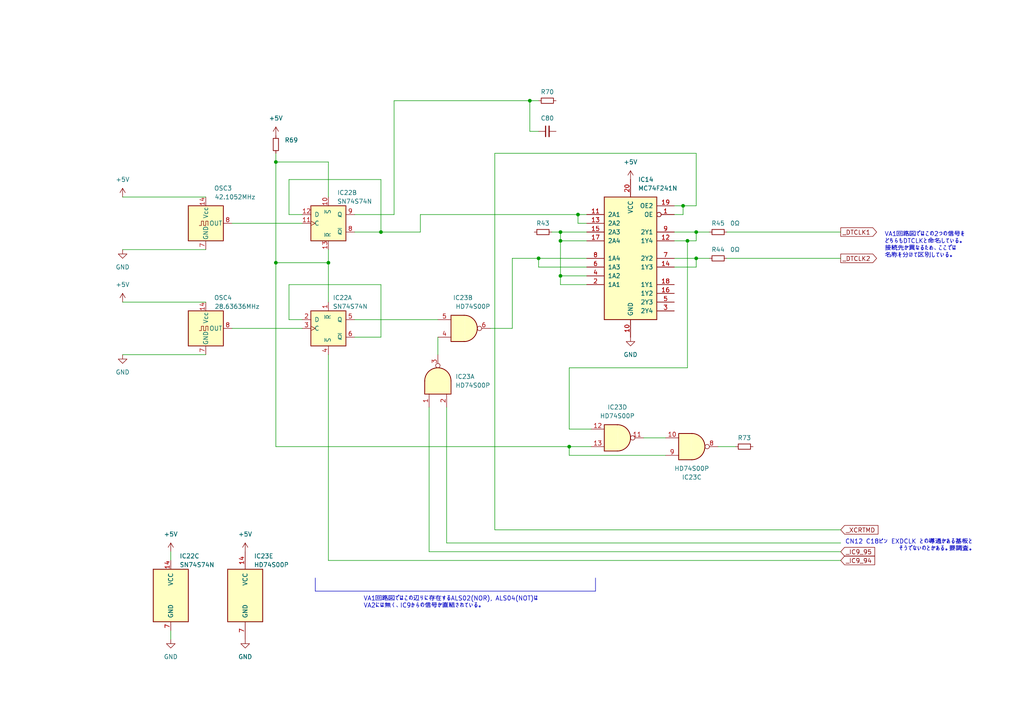
<source format=kicad_sch>
(kicad_sch (version 20230121) (generator eeschema)

  (uuid e9970e3c-3a86-467e-b34c-7bc424de4954)

  (paper "A4")

  (title_block
    (title "ディスプレイ・クロック・ジェネレータ")
    (comment 1 "VA1回路図 P.262")
  )

  (lib_symbols
    (symbol "74LS74_1" (pin_names (offset 1.016)) (in_bom yes) (on_board yes)
      (property "Reference" "IC22" (at 2.54 -10.16 0)
        (effects (font (size 1.27 1.27)) (justify left))
      )
      (property "Value" "SN74S74N" (at 2.54 -7.62 0)
        (effects (font (size 1.27 1.27)) (justify left))
      )
      (property "Footprint" "" (at 0 0 0)
        (effects (font (size 1.27 1.27)) hide)
      )
      (property "Datasheet" "https://www.ti.com/jp/lit/ds/symlink/sn74s74.pdf" (at 0 0 0)
        (effects (font (size 1.27 1.27)) hide)
      )
      (property "ki_locked" "" (at 0 0 0)
        (effects (font (size 1.27 1.27)))
      )
      (property "ki_keywords" "TTL DFF" (at 0 0 0)
        (effects (font (size 1.27 1.27)) hide)
      )
      (property "ki_description" "Dual D Flip-flop, Set & Reset" (at 0 0 0)
        (effects (font (size 1.27 1.27)) hide)
      )
      (property "ki_fp_filters" "DIP*W7.62mm*" (at 0 0 0)
        (effects (font (size 1.27 1.27)) hide)
      )
      (symbol "74LS74_1_1_0"
        (pin input line (at 0 7.62 270) (length 2.54)
          (name "~{R}" (effects (font (size 1.27 1.27))))
          (number "1" (effects (font (size 1.27 1.27))))
        )
        (pin input line (at -7.62 2.54 0) (length 2.54)
          (name "D" (effects (font (size 1.27 1.27))))
          (number "2" (effects (font (size 1.27 1.27))))
        )
        (pin input clock (at -7.62 0 0) (length 2.54)
          (name "C" (effects (font (size 1.27 1.27))))
          (number "3" (effects (font (size 1.27 1.27))))
        )
        (pin input line (at 0 -7.62 90) (length 2.54)
          (name "~{S}" (effects (font (size 1.27 1.27))))
          (number "4" (effects (font (size 1.27 1.27))))
        )
        (pin output line (at 7.62 2.54 180) (length 2.54)
          (name "Q" (effects (font (size 1.27 1.27))))
          (number "5" (effects (font (size 1.27 1.27))))
        )
        (pin output line (at 7.62 -2.54 180) (length 2.54)
          (name "~{Q}" (effects (font (size 1.27 1.27))))
          (number "6" (effects (font (size 1.27 1.27))))
        )
      )
      (symbol "74LS74_1_1_1"
        (rectangle (start -5.08 5.08) (end 5.08 -5.08)
          (stroke (width 0.254) (type default))
          (fill (type background))
        )
      )
      (symbol "74LS74_1_2_0"
        (pin input line (at 0 7.62 270) (length 2.54)
          (name "~{S}" (effects (font (size 1.27 1.27))))
          (number "10" (effects (font (size 1.27 1.27))))
        )
        (pin input clock (at -7.62 0 0) (length 2.54)
          (name "C" (effects (font (size 1.27 1.27))))
          (number "11" (effects (font (size 1.27 1.27))))
        )
        (pin input line (at -7.62 2.54 0) (length 2.54)
          (name "D" (effects (font (size 1.27 1.27))))
          (number "12" (effects (font (size 1.27 1.27))))
        )
        (pin input line (at 0 -7.62 90) (length 2.54)
          (name "~{R}" (effects (font (size 1.27 1.27))))
          (number "13" (effects (font (size 1.27 1.27))))
        )
        (pin output line (at 7.62 -2.54 180) (length 2.54)
          (name "~{Q}" (effects (font (size 1.27 1.27))))
          (number "8" (effects (font (size 1.27 1.27))))
        )
        (pin output line (at 7.62 2.54 180) (length 2.54)
          (name "Q" (effects (font (size 1.27 1.27))))
          (number "9" (effects (font (size 1.27 1.27))))
        )
      )
      (symbol "74LS74_1_2_1"
        (rectangle (start -5.08 5.08) (end 5.08 -5.08)
          (stroke (width 0.254) (type default))
          (fill (type background))
        )
      )
      (symbol "74LS74_1_3_0"
        (pin power_in line (at 0 10.16 270) (length 2.54)
          (name "VCC" (effects (font (size 1.27 1.27))))
          (number "14" (effects (font (size 1.27 1.27))))
        )
        (pin power_in line (at 0 -10.16 90) (length 2.54)
          (name "GND" (effects (font (size 1.27 1.27))))
          (number "7" (effects (font (size 1.27 1.27))))
        )
      )
      (symbol "74LS74_1_3_1"
        (rectangle (start -5.08 7.62) (end 5.08 -7.62)
          (stroke (width 0.254) (type default))
          (fill (type background))
        )
      )
    )
    (symbol "74LS74_2" (pin_names (offset 1.016)) (in_bom yes) (on_board yes)
      (property "Reference" "IC22" (at 2.54 -10.16 0)
        (effects (font (size 1.27 1.27)) (justify left))
      )
      (property "Value" "SN74S74N" (at 2.54 -7.62 0)
        (effects (font (size 1.27 1.27)) (justify left))
      )
      (property "Footprint" "" (at 0 0 0)
        (effects (font (size 1.27 1.27)) hide)
      )
      (property "Datasheet" "https://www.ti.com/jp/lit/ds/symlink/sn74s74.pdf" (at 0 0 0)
        (effects (font (size 1.27 1.27)) hide)
      )
      (property "ki_locked" "" (at 0 0 0)
        (effects (font (size 1.27 1.27)))
      )
      (property "ki_keywords" "TTL DFF" (at 0 0 0)
        (effects (font (size 1.27 1.27)) hide)
      )
      (property "ki_description" "Dual D Flip-flop, Set & Reset" (at 0 0 0)
        (effects (font (size 1.27 1.27)) hide)
      )
      (property "ki_fp_filters" "DIP*W7.62mm*" (at 0 0 0)
        (effects (font (size 1.27 1.27)) hide)
      )
      (symbol "74LS74_2_1_0"
        (pin input line (at 0 7.62 270) (length 2.54)
          (name "~{R}" (effects (font (size 1.27 1.27))))
          (number "1" (effects (font (size 1.27 1.27))))
        )
        (pin input line (at -7.62 2.54 0) (length 2.54)
          (name "D" (effects (font (size 1.27 1.27))))
          (number "2" (effects (font (size 1.27 1.27))))
        )
        (pin input clock (at -7.62 0 0) (length 2.54)
          (name "C" (effects (font (size 1.27 1.27))))
          (number "3" (effects (font (size 1.27 1.27))))
        )
        (pin input line (at 0 -7.62 90) (length 2.54)
          (name "~{S}" (effects (font (size 1.27 1.27))))
          (number "4" (effects (font (size 1.27 1.27))))
        )
        (pin output line (at 7.62 2.54 180) (length 2.54)
          (name "Q" (effects (font (size 1.27 1.27))))
          (number "5" (effects (font (size 1.27 1.27))))
        )
        (pin output line (at 7.62 -2.54 180) (length 2.54)
          (name "~{Q}" (effects (font (size 1.27 1.27))))
          (number "6" (effects (font (size 1.27 1.27))))
        )
      )
      (symbol "74LS74_2_1_1"
        (rectangle (start -5.08 5.08) (end 5.08 -5.08)
          (stroke (width 0.254) (type default))
          (fill (type background))
        )
      )
      (symbol "74LS74_2_2_0"
        (pin input line (at 0 7.62 270) (length 2.54)
          (name "~{S}" (effects (font (size 1.27 1.27))))
          (number "10" (effects (font (size 1.27 1.27))))
        )
        (pin input clock (at -7.62 0 0) (length 2.54)
          (name "C" (effects (font (size 1.27 1.27))))
          (number "11" (effects (font (size 1.27 1.27))))
        )
        (pin input line (at -7.62 2.54 0) (length 2.54)
          (name "D" (effects (font (size 1.27 1.27))))
          (number "12" (effects (font (size 1.27 1.27))))
        )
        (pin input line (at 0 -7.62 90) (length 2.54)
          (name "~{R}" (effects (font (size 1.27 1.27))))
          (number "13" (effects (font (size 1.27 1.27))))
        )
        (pin output line (at 7.62 -2.54 180) (length 2.54)
          (name "~{Q}" (effects (font (size 1.27 1.27))))
          (number "8" (effects (font (size 1.27 1.27))))
        )
        (pin output line (at 7.62 2.54 180) (length 2.54)
          (name "Q" (effects (font (size 1.27 1.27))))
          (number "9" (effects (font (size 1.27 1.27))))
        )
      )
      (symbol "74LS74_2_2_1"
        (rectangle (start -5.08 5.08) (end 5.08 -5.08)
          (stroke (width 0.254) (type default))
          (fill (type background))
        )
      )
      (symbol "74LS74_2_3_0"
        (pin power_in line (at 0 10.16 270) (length 2.54)
          (name "VCC" (effects (font (size 1.27 1.27))))
          (number "14" (effects (font (size 1.27 1.27))))
        )
        (pin power_in line (at 0 -10.16 90) (length 2.54)
          (name "GND" (effects (font (size 1.27 1.27))))
          (number "7" (effects (font (size 1.27 1.27))))
        )
      )
      (symbol "74LS74_2_3_1"
        (rectangle (start -5.08 7.62) (end 5.08 -7.62)
          (stroke (width 0.254) (type default))
          (fill (type background))
        )
      )
    )
    (symbol "74xx:7400" (pin_names (offset 1.016)) (in_bom yes) (on_board yes)
      (property "Reference" "U" (at 0 1.27 0)
        (effects (font (size 1.27 1.27)))
      )
      (property "Value" "7400" (at 0 -1.27 0)
        (effects (font (size 1.27 1.27)))
      )
      (property "Footprint" "" (at 0 0 0)
        (effects (font (size 1.27 1.27)) hide)
      )
      (property "Datasheet" "http://www.ti.com/lit/gpn/sn7400" (at 0 0 0)
        (effects (font (size 1.27 1.27)) hide)
      )
      (property "ki_locked" "" (at 0 0 0)
        (effects (font (size 1.27 1.27)))
      )
      (property "ki_keywords" "TTL nand 2-input" (at 0 0 0)
        (effects (font (size 1.27 1.27)) hide)
      )
      (property "ki_description" "quad 2-input NAND gate" (at 0 0 0)
        (effects (font (size 1.27 1.27)) hide)
      )
      (property "ki_fp_filters" "DIP*W7.62mm* SO14*" (at 0 0 0)
        (effects (font (size 1.27 1.27)) hide)
      )
      (symbol "7400_1_1"
        (arc (start 0 -3.81) (mid 3.7934 0) (end 0 3.81)
          (stroke (width 0.254) (type default))
          (fill (type background))
        )
        (polyline
          (pts
            (xy 0 3.81)
            (xy -3.81 3.81)
            (xy -3.81 -3.81)
            (xy 0 -3.81)
          )
          (stroke (width 0.254) (type default))
          (fill (type background))
        )
        (pin input line (at -7.62 2.54 0) (length 3.81)
          (name "~" (effects (font (size 1.27 1.27))))
          (number "1" (effects (font (size 1.27 1.27))))
        )
        (pin input line (at -7.62 -2.54 0) (length 3.81)
          (name "~" (effects (font (size 1.27 1.27))))
          (number "2" (effects (font (size 1.27 1.27))))
        )
        (pin output inverted (at 7.62 0 180) (length 3.81)
          (name "~" (effects (font (size 1.27 1.27))))
          (number "3" (effects (font (size 1.27 1.27))))
        )
      )
      (symbol "7400_1_2"
        (arc (start -3.81 -3.81) (mid -2.589 0) (end -3.81 3.81)
          (stroke (width 0.254) (type default))
          (fill (type none))
        )
        (arc (start -0.6096 -3.81) (mid 2.1842 -2.5851) (end 3.81 0)
          (stroke (width 0.254) (type default))
          (fill (type background))
        )
        (polyline
          (pts
            (xy -3.81 -3.81)
            (xy -0.635 -3.81)
          )
          (stroke (width 0.254) (type default))
          (fill (type background))
        )
        (polyline
          (pts
            (xy -3.81 3.81)
            (xy -0.635 3.81)
          )
          (stroke (width 0.254) (type default))
          (fill (type background))
        )
        (polyline
          (pts
            (xy -0.635 3.81)
            (xy -3.81 3.81)
            (xy -3.81 3.81)
            (xy -3.556 3.4036)
            (xy -3.0226 2.2606)
            (xy -2.6924 1.0414)
            (xy -2.6162 -0.254)
            (xy -2.7686 -1.4986)
            (xy -3.175 -2.7178)
            (xy -3.81 -3.81)
            (xy -3.81 -3.81)
            (xy -0.635 -3.81)
          )
          (stroke (width -25.4) (type default))
          (fill (type background))
        )
        (arc (start 3.81 0) (mid 2.1915 2.5936) (end -0.6096 3.81)
          (stroke (width 0.254) (type default))
          (fill (type background))
        )
        (pin input inverted (at -7.62 2.54 0) (length 4.318)
          (name "~" (effects (font (size 1.27 1.27))))
          (number "1" (effects (font (size 1.27 1.27))))
        )
        (pin input inverted (at -7.62 -2.54 0) (length 4.318)
          (name "~" (effects (font (size 1.27 1.27))))
          (number "2" (effects (font (size 1.27 1.27))))
        )
        (pin output line (at 7.62 0 180) (length 3.81)
          (name "~" (effects (font (size 1.27 1.27))))
          (number "3" (effects (font (size 1.27 1.27))))
        )
      )
      (symbol "7400_2_1"
        (arc (start 0 -3.81) (mid 3.7934 0) (end 0 3.81)
          (stroke (width 0.254) (type default))
          (fill (type background))
        )
        (polyline
          (pts
            (xy 0 3.81)
            (xy -3.81 3.81)
            (xy -3.81 -3.81)
            (xy 0 -3.81)
          )
          (stroke (width 0.254) (type default))
          (fill (type background))
        )
        (pin input line (at -7.62 2.54 0) (length 3.81)
          (name "~" (effects (font (size 1.27 1.27))))
          (number "4" (effects (font (size 1.27 1.27))))
        )
        (pin input line (at -7.62 -2.54 0) (length 3.81)
          (name "~" (effects (font (size 1.27 1.27))))
          (number "5" (effects (font (size 1.27 1.27))))
        )
        (pin output inverted (at 7.62 0 180) (length 3.81)
          (name "~" (effects (font (size 1.27 1.27))))
          (number "6" (effects (font (size 1.27 1.27))))
        )
      )
      (symbol "7400_2_2"
        (arc (start -3.81 -3.81) (mid -2.589 0) (end -3.81 3.81)
          (stroke (width 0.254) (type default))
          (fill (type none))
        )
        (arc (start -0.6096 -3.81) (mid 2.1842 -2.5851) (end 3.81 0)
          (stroke (width 0.254) (type default))
          (fill (type background))
        )
        (polyline
          (pts
            (xy -3.81 -3.81)
            (xy -0.635 -3.81)
          )
          (stroke (width 0.254) (type default))
          (fill (type background))
        )
        (polyline
          (pts
            (xy -3.81 3.81)
            (xy -0.635 3.81)
          )
          (stroke (width 0.254) (type default))
          (fill (type background))
        )
        (polyline
          (pts
            (xy -0.635 3.81)
            (xy -3.81 3.81)
            (xy -3.81 3.81)
            (xy -3.556 3.4036)
            (xy -3.0226 2.2606)
            (xy -2.6924 1.0414)
            (xy -2.6162 -0.254)
            (xy -2.7686 -1.4986)
            (xy -3.175 -2.7178)
            (xy -3.81 -3.81)
            (xy -3.81 -3.81)
            (xy -0.635 -3.81)
          )
          (stroke (width -25.4) (type default))
          (fill (type background))
        )
        (arc (start 3.81 0) (mid 2.1915 2.5936) (end -0.6096 3.81)
          (stroke (width 0.254) (type default))
          (fill (type background))
        )
        (pin input inverted (at -7.62 2.54 0) (length 4.318)
          (name "~" (effects (font (size 1.27 1.27))))
          (number "4" (effects (font (size 1.27 1.27))))
        )
        (pin input inverted (at -7.62 -2.54 0) (length 4.318)
          (name "~" (effects (font (size 1.27 1.27))))
          (number "5" (effects (font (size 1.27 1.27))))
        )
        (pin output line (at 7.62 0 180) (length 3.81)
          (name "~" (effects (font (size 1.27 1.27))))
          (number "6" (effects (font (size 1.27 1.27))))
        )
      )
      (symbol "7400_3_1"
        (arc (start 0 -3.81) (mid 3.7934 0) (end 0 3.81)
          (stroke (width 0.254) (type default))
          (fill (type background))
        )
        (polyline
          (pts
            (xy 0 3.81)
            (xy -3.81 3.81)
            (xy -3.81 -3.81)
            (xy 0 -3.81)
          )
          (stroke (width 0.254) (type default))
          (fill (type background))
        )
        (pin input line (at -7.62 -2.54 0) (length 3.81)
          (name "~" (effects (font (size 1.27 1.27))))
          (number "10" (effects (font (size 1.27 1.27))))
        )
        (pin output inverted (at 7.62 0 180) (length 3.81)
          (name "~" (effects (font (size 1.27 1.27))))
          (number "8" (effects (font (size 1.27 1.27))))
        )
        (pin input line (at -7.62 2.54 0) (length 3.81)
          (name "~" (effects (font (size 1.27 1.27))))
          (number "9" (effects (font (size 1.27 1.27))))
        )
      )
      (symbol "7400_3_2"
        (arc (start -3.81 -3.81) (mid -2.589 0) (end -3.81 3.81)
          (stroke (width 0.254) (type default))
          (fill (type none))
        )
        (arc (start -0.6096 -3.81) (mid 2.1842 -2.5851) (end 3.81 0)
          (stroke (width 0.254) (type default))
          (fill (type background))
        )
        (polyline
          (pts
            (xy -3.81 -3.81)
            (xy -0.635 -3.81)
          )
          (stroke (width 0.254) (type default))
          (fill (type background))
        )
        (polyline
          (pts
            (xy -3.81 3.81)
            (xy -0.635 3.81)
          )
          (stroke (width 0.254) (type default))
          (fill (type background))
        )
        (polyline
          (pts
            (xy -0.635 3.81)
            (xy -3.81 3.81)
            (xy -3.81 3.81)
            (xy -3.556 3.4036)
            (xy -3.0226 2.2606)
            (xy -2.6924 1.0414)
            (xy -2.6162 -0.254)
            (xy -2.7686 -1.4986)
            (xy -3.175 -2.7178)
            (xy -3.81 -3.81)
            (xy -3.81 -3.81)
            (xy -0.635 -3.81)
          )
          (stroke (width -25.4) (type default))
          (fill (type background))
        )
        (arc (start 3.81 0) (mid 2.1915 2.5936) (end -0.6096 3.81)
          (stroke (width 0.254) (type default))
          (fill (type background))
        )
        (pin input inverted (at -7.62 -2.54 0) (length 4.318)
          (name "~" (effects (font (size 1.27 1.27))))
          (number "10" (effects (font (size 1.27 1.27))))
        )
        (pin output line (at 7.62 0 180) (length 3.81)
          (name "~" (effects (font (size 1.27 1.27))))
          (number "8" (effects (font (size 1.27 1.27))))
        )
        (pin input inverted (at -7.62 2.54 0) (length 4.318)
          (name "~" (effects (font (size 1.27 1.27))))
          (number "9" (effects (font (size 1.27 1.27))))
        )
      )
      (symbol "7400_4_1"
        (arc (start 0 -3.81) (mid 3.7934 0) (end 0 3.81)
          (stroke (width 0.254) (type default))
          (fill (type background))
        )
        (polyline
          (pts
            (xy 0 3.81)
            (xy -3.81 3.81)
            (xy -3.81 -3.81)
            (xy 0 -3.81)
          )
          (stroke (width 0.254) (type default))
          (fill (type background))
        )
        (pin output inverted (at 7.62 0 180) (length 3.81)
          (name "~" (effects (font (size 1.27 1.27))))
          (number "11" (effects (font (size 1.27 1.27))))
        )
        (pin input line (at -7.62 2.54 0) (length 3.81)
          (name "~" (effects (font (size 1.27 1.27))))
          (number "12" (effects (font (size 1.27 1.27))))
        )
        (pin input line (at -7.62 -2.54 0) (length 3.81)
          (name "~" (effects (font (size 1.27 1.27))))
          (number "13" (effects (font (size 1.27 1.27))))
        )
      )
      (symbol "7400_4_2"
        (arc (start -3.81 -3.81) (mid -2.589 0) (end -3.81 3.81)
          (stroke (width 0.254) (type default))
          (fill (type none))
        )
        (arc (start -0.6096 -3.81) (mid 2.1842 -2.5851) (end 3.81 0)
          (stroke (width 0.254) (type default))
          (fill (type background))
        )
        (polyline
          (pts
            (xy -3.81 -3.81)
            (xy -0.635 -3.81)
          )
          (stroke (width 0.254) (type default))
          (fill (type background))
        )
        (polyline
          (pts
            (xy -3.81 3.81)
            (xy -0.635 3.81)
          )
          (stroke (width 0.254) (type default))
          (fill (type background))
        )
        (polyline
          (pts
            (xy -0.635 3.81)
            (xy -3.81 3.81)
            (xy -3.81 3.81)
            (xy -3.556 3.4036)
            (xy -3.0226 2.2606)
            (xy -2.6924 1.0414)
            (xy -2.6162 -0.254)
            (xy -2.7686 -1.4986)
            (xy -3.175 -2.7178)
            (xy -3.81 -3.81)
            (xy -3.81 -3.81)
            (xy -0.635 -3.81)
          )
          (stroke (width -25.4) (type default))
          (fill (type background))
        )
        (arc (start 3.81 0) (mid 2.1915 2.5936) (end -0.6096 3.81)
          (stroke (width 0.254) (type default))
          (fill (type background))
        )
        (pin output line (at 7.62 0 180) (length 3.81)
          (name "~" (effects (font (size 1.27 1.27))))
          (number "11" (effects (font (size 1.27 1.27))))
        )
        (pin input inverted (at -7.62 2.54 0) (length 4.318)
          (name "~" (effects (font (size 1.27 1.27))))
          (number "12" (effects (font (size 1.27 1.27))))
        )
        (pin input inverted (at -7.62 -2.54 0) (length 4.318)
          (name "~" (effects (font (size 1.27 1.27))))
          (number "13" (effects (font (size 1.27 1.27))))
        )
      )
      (symbol "7400_5_0"
        (pin power_in line (at 0 12.7 270) (length 5.08)
          (name "VCC" (effects (font (size 1.27 1.27))))
          (number "14" (effects (font (size 1.27 1.27))))
        )
        (pin power_in line (at 0 -12.7 90) (length 5.08)
          (name "GND" (effects (font (size 1.27 1.27))))
          (number "7" (effects (font (size 1.27 1.27))))
        )
      )
      (symbol "7400_5_1"
        (rectangle (start -5.08 7.62) (end 5.08 -7.62)
          (stroke (width 0.254) (type default))
          (fill (type background))
        )
      )
    )
    (symbol "74xx:74LS74" (pin_names (offset 1.016)) (in_bom yes) (on_board yes)
      (property "Reference" "IC22" (at 2.54 -10.16 0)
        (effects (font (size 1.27 1.27)) (justify left))
      )
      (property "Value" "SN74S74N" (at 2.54 -7.62 0)
        (effects (font (size 1.27 1.27)) (justify left))
      )
      (property "Footprint" "" (at 0 0 0)
        (effects (font (size 1.27 1.27)) hide)
      )
      (property "Datasheet" "https://www.ti.com/jp/lit/ds/symlink/sn74s74.pdf" (at 0 0 0)
        (effects (font (size 1.27 1.27)) hide)
      )
      (property "ki_locked" "" (at 0 0 0)
        (effects (font (size 1.27 1.27)))
      )
      (property "ki_keywords" "TTL DFF" (at 0 0 0)
        (effects (font (size 1.27 1.27)) hide)
      )
      (property "ki_description" "Dual D Flip-flop, Set & Reset" (at 0 0 0)
        (effects (font (size 1.27 1.27)) hide)
      )
      (property "ki_fp_filters" "DIP*W7.62mm*" (at 0 0 0)
        (effects (font (size 1.27 1.27)) hide)
      )
      (symbol "74LS74_1_0"
        (pin input line (at 0 7.62 270) (length 2.54)
          (name "~{R}" (effects (font (size 1.27 1.27))))
          (number "1" (effects (font (size 1.27 1.27))))
        )
        (pin input line (at -7.62 2.54 0) (length 2.54)
          (name "D" (effects (font (size 1.27 1.27))))
          (number "2" (effects (font (size 1.27 1.27))))
        )
        (pin input clock (at -7.62 0 0) (length 2.54)
          (name "C" (effects (font (size 1.27 1.27))))
          (number "3" (effects (font (size 1.27 1.27))))
        )
        (pin input line (at 0 -7.62 90) (length 2.54)
          (name "~{S}" (effects (font (size 1.27 1.27))))
          (number "4" (effects (font (size 1.27 1.27))))
        )
        (pin output line (at 7.62 2.54 180) (length 2.54)
          (name "Q" (effects (font (size 1.27 1.27))))
          (number "5" (effects (font (size 1.27 1.27))))
        )
        (pin output line (at 7.62 -2.54 180) (length 2.54)
          (name "~{Q}" (effects (font (size 1.27 1.27))))
          (number "6" (effects (font (size 1.27 1.27))))
        )
      )
      (symbol "74LS74_1_1"
        (rectangle (start -5.08 5.08) (end 5.08 -5.08)
          (stroke (width 0.254) (type default))
          (fill (type background))
        )
      )
      (symbol "74LS74_2_0"
        (pin input line (at 0 7.62 270) (length 2.54)
          (name "~{S}" (effects (font (size 1.27 1.27))))
          (number "10" (effects (font (size 1.27 1.27))))
        )
        (pin input clock (at -7.62 0 0) (length 2.54)
          (name "C" (effects (font (size 1.27 1.27))))
          (number "11" (effects (font (size 1.27 1.27))))
        )
        (pin input line (at -7.62 2.54 0) (length 2.54)
          (name "D" (effects (font (size 1.27 1.27))))
          (number "12" (effects (font (size 1.27 1.27))))
        )
        (pin input line (at 0 -7.62 90) (length 2.54)
          (name "~{R}" (effects (font (size 1.27 1.27))))
          (number "13" (effects (font (size 1.27 1.27))))
        )
        (pin output line (at 7.62 -2.54 180) (length 2.54)
          (name "~{Q}" (effects (font (size 1.27 1.27))))
          (number "8" (effects (font (size 1.27 1.27))))
        )
        (pin output line (at 7.62 2.54 180) (length 2.54)
          (name "Q" (effects (font (size 1.27 1.27))))
          (number "9" (effects (font (size 1.27 1.27))))
        )
      )
      (symbol "74LS74_2_1"
        (rectangle (start -5.08 5.08) (end 5.08 -5.08)
          (stroke (width 0.254) (type default))
          (fill (type background))
        )
      )
      (symbol "74LS74_3_0"
        (pin power_in line (at 0 10.16 270) (length 2.54)
          (name "VCC" (effects (font (size 1.27 1.27))))
          (number "14" (effects (font (size 1.27 1.27))))
        )
        (pin power_in line (at 0 -10.16 90) (length 2.54)
          (name "GND" (effects (font (size 1.27 1.27))))
          (number "7" (effects (font (size 1.27 1.27))))
        )
      )
      (symbol "74LS74_3_1"
        (rectangle (start -5.08 7.62) (end 5.08 -7.62)
          (stroke (width 0.254) (type default))
          (fill (type background))
        )
      )
    )
    (symbol "88va_Library:74xx241" (pin_names (offset 1.016)) (in_bom yes) (on_board yes)
      (property "Reference" "IC2" (at 2.1941 20.32 0)
        (effects (font (size 1.27 1.27)) (justify left))
      )
      (property "Value" "74xx241" (at 2.1941 17.78 0)
        (effects (font (size 1.27 1.27)) (justify left))
      )
      (property "Footprint" "" (at 0 0 0)
        (effects (font (size 1.27 1.27)) hide)
      )
      (property "Datasheet" "https://toshiba.semicon-storage.com/info/TC74HC241AP_datasheet_ja_20140301.pdf?did=13546&prodName=TC74HC241AP" (at 0 -27.94 0)
        (effects (font (size 1.27 1.27)) hide)
      )
      (property "ki_description" "Octal Buffer and Line Driver With 3-State Output, complementary enables, non-inverting outputs" (at 0 0 0)
        (effects (font (size 1.27 1.27)) hide)
      )
      (property "ki_fp_filters" "DIP?20*" (at 0 0 0)
        (effects (font (size 1.27 1.27)) hide)
      )
      (symbol "74xx241_1_0"
        (pin input inverted (at 12.7 10.16 180) (length 5.08)
          (name "OE" (effects (font (size 1.27 1.27))))
          (number "1" (effects (font (size 1.27 1.27))))
        )
        (pin power_in line (at 0 -25.4 90) (length 5.08)
          (name "GND" (effects (font (size 1.27 1.27))))
          (number "10" (effects (font (size 1.27 1.27))))
        )
        (pin input line (at -12.7 10.16 0) (length 5.08)
          (name "2A1" (effects (font (size 1.27 1.27))))
          (number "11" (effects (font (size 1.27 1.27))))
        )
        (pin tri_state line (at 12.7 2.54 180) (length 5.08)
          (name "1Y4" (effects (font (size 1.27 1.27))))
          (number "12" (effects (font (size 1.27 1.27))))
        )
        (pin input line (at -12.7 7.62 0) (length 5.08)
          (name "2A2" (effects (font (size 1.27 1.27))))
          (number "13" (effects (font (size 1.27 1.27))))
        )
        (pin tri_state line (at 12.7 -5.08 180) (length 5.08)
          (name "1Y3" (effects (font (size 1.27 1.27))))
          (number "14" (effects (font (size 1.27 1.27))))
        )
        (pin input line (at -12.7 5.08 0) (length 5.08)
          (name "2A3" (effects (font (size 1.27 1.27))))
          (number "15" (effects (font (size 1.27 1.27))))
        )
        (pin tri_state line (at 12.7 -12.7 180) (length 5.08)
          (name "1Y2" (effects (font (size 1.27 1.27))))
          (number "16" (effects (font (size 1.27 1.27))))
        )
        (pin input line (at -12.7 2.54 0) (length 5.08)
          (name "2A4" (effects (font (size 1.27 1.27))))
          (number "17" (effects (font (size 1.27 1.27))))
        )
        (pin tri_state line (at 12.7 -10.16 180) (length 5.08)
          (name "1Y1" (effects (font (size 1.27 1.27))))
          (number "18" (effects (font (size 1.27 1.27))))
        )
        (pin input line (at 12.7 12.7 180) (length 5.08)
          (name "OE2" (effects (font (size 1.27 1.27))))
          (number "19" (effects (font (size 1.27 1.27))))
        )
        (pin input line (at -12.7 -10.16 0) (length 5.08)
          (name "1A1" (effects (font (size 1.27 1.27))))
          (number "2" (effects (font (size 1.27 1.27))))
        )
        (pin power_in line (at 0 20.32 270) (length 5.08)
          (name "VCC" (effects (font (size 1.27 1.27))))
          (number "20" (effects (font (size 1.27 1.27))))
        )
        (pin tri_state line (at 12.7 -17.78 180) (length 5.08)
          (name "2Y4" (effects (font (size 1.27 1.27))))
          (number "3" (effects (font (size 1.27 1.27))))
        )
        (pin input line (at -12.7 -7.62 0) (length 5.08)
          (name "1A2" (effects (font (size 1.27 1.27))))
          (number "4" (effects (font (size 1.27 1.27))))
        )
        (pin tri_state line (at 12.7 -15.24 180) (length 5.08)
          (name "2Y3" (effects (font (size 1.27 1.27))))
          (number "5" (effects (font (size 1.27 1.27))))
        )
        (pin input line (at -12.7 -5.08 0) (length 5.08)
          (name "1A3" (effects (font (size 1.27 1.27))))
          (number "6" (effects (font (size 1.27 1.27))))
        )
        (pin tri_state line (at 12.7 -2.54 180) (length 5.08)
          (name "2Y2" (effects (font (size 1.27 1.27))))
          (number "7" (effects (font (size 1.27 1.27))))
        )
        (pin input line (at -12.7 -2.54 0) (length 5.08)
          (name "1A4" (effects (font (size 1.27 1.27))))
          (number "8" (effects (font (size 1.27 1.27))))
        )
        (pin tri_state line (at 12.7 5.08 180) (length 5.08)
          (name "2Y1" (effects (font (size 1.27 1.27))))
          (number "9" (effects (font (size 1.27 1.27))))
        )
      )
      (symbol "74xx241_1_1"
        (rectangle (start -7.62 15.24) (end 7.62 -20.32)
          (stroke (width 0.254) (type default))
          (fill (type background))
        )
      )
    )
    (symbol "88va_Library:Oscillator" (pin_names (offset 0.254)) (in_bom yes) (on_board yes)
      (property "Reference" "OSC" (at 1.27 8.89 0)
        (effects (font (size 1.27 1.27)) (justify left))
      )
      (property "Value" "" (at 1.27 -6.35 0)
        (effects (font (size 1.27 1.27)) (justify left))
      )
      (property "Footprint" "Oscillator:Oscillator_DIP-14" (at 11.43 -8.89 0)
        (effects (font (size 1.27 1.27)) hide)
      )
      (property "Datasheet" "" (at -2.54 0 0)
        (effects (font (size 1.27 1.27)) hide)
      )
      (property "ki_keywords" "Crystal Clock Oscillator" (at 0 0 0)
        (effects (font (size 1.27 1.27)) hide)
      )
      (property "ki_description" "Crystal Clock Oscillator, DIP14-style metal package" (at 0 0 0)
        (effects (font (size 1.27 1.27)) hide)
      )
      (property "ki_fp_filters" "Oscillator*DIP*14*" (at 0 0 0)
        (effects (font (size 1.27 1.27)) hide)
      )
      (symbol "Oscillator_0_1"
        (rectangle (start -5.08 5.08) (end 5.08 -5.08)
          (stroke (width 0.254) (type default))
          (fill (type background))
        )
        (polyline
          (pts
            (xy -1.905 -0.635)
            (xy -1.27 -0.635)
            (xy -1.27 0.635)
            (xy -0.635 0.635)
            (xy -0.635 -0.635)
            (xy 0 -0.635)
            (xy 0 0.635)
            (xy 0.635 0.635)
            (xy 0.635 -0.635)
          )
          (stroke (width 0) (type default))
          (fill (type none))
        )
      )
      (symbol "Oscillator_1_1"
        (pin power_in line (at 0 7.62 270) (length 2.54)
          (name "Vcc" (effects (font (size 1.27 1.27))))
          (number "14" (effects (font (size 1.27 1.27))))
        )
        (pin power_in line (at 0 -7.62 90) (length 2.54)
          (name "GND" (effects (font (size 1.27 1.27))))
          (number "7" (effects (font (size 1.27 1.27))))
        )
        (pin output line (at 7.62 0 180) (length 2.54)
          (name "OUT" (effects (font (size 1.27 1.27))))
          (number "8" (effects (font (size 1.27 1.27))))
        )
      )
    )
    (symbol "Device:C_Small" (pin_numbers hide) (pin_names (offset 0.254) hide) (in_bom yes) (on_board yes)
      (property "Reference" "C" (at 0.254 1.778 0)
        (effects (font (size 1.27 1.27)) (justify left))
      )
      (property "Value" "C_Small" (at 0.254 -2.032 0)
        (effects (font (size 1.27 1.27)) (justify left))
      )
      (property "Footprint" "" (at 0 0 0)
        (effects (font (size 1.27 1.27)) hide)
      )
      (property "Datasheet" "~" (at 0 0 0)
        (effects (font (size 1.27 1.27)) hide)
      )
      (property "ki_keywords" "capacitor cap" (at 0 0 0)
        (effects (font (size 1.27 1.27)) hide)
      )
      (property "ki_description" "Unpolarized capacitor, small symbol" (at 0 0 0)
        (effects (font (size 1.27 1.27)) hide)
      )
      (property "ki_fp_filters" "C_*" (at 0 0 0)
        (effects (font (size 1.27 1.27)) hide)
      )
      (symbol "C_Small_0_1"
        (polyline
          (pts
            (xy -1.524 -0.508)
            (xy 1.524 -0.508)
          )
          (stroke (width 0.3302) (type default))
          (fill (type none))
        )
        (polyline
          (pts
            (xy -1.524 0.508)
            (xy 1.524 0.508)
          )
          (stroke (width 0.3048) (type default))
          (fill (type none))
        )
      )
      (symbol "C_Small_1_1"
        (pin passive line (at 0 2.54 270) (length 2.032)
          (name "~" (effects (font (size 1.27 1.27))))
          (number "1" (effects (font (size 1.27 1.27))))
        )
        (pin passive line (at 0 -2.54 90) (length 2.032)
          (name "~" (effects (font (size 1.27 1.27))))
          (number "2" (effects (font (size 1.27 1.27))))
        )
      )
    )
    (symbol "Device:R_Small" (pin_numbers hide) (pin_names (offset 0.254) hide) (in_bom yes) (on_board yes)
      (property "Reference" "R" (at 0.762 0.508 0)
        (effects (font (size 1.27 1.27)) (justify left))
      )
      (property "Value" "R_Small" (at 0.762 -1.016 0)
        (effects (font (size 1.27 1.27)) (justify left))
      )
      (property "Footprint" "" (at 0 0 0)
        (effects (font (size 1.27 1.27)) hide)
      )
      (property "Datasheet" "~" (at 0 0 0)
        (effects (font (size 1.27 1.27)) hide)
      )
      (property "ki_keywords" "R resistor" (at 0 0 0)
        (effects (font (size 1.27 1.27)) hide)
      )
      (property "ki_description" "Resistor, small symbol" (at 0 0 0)
        (effects (font (size 1.27 1.27)) hide)
      )
      (property "ki_fp_filters" "R_*" (at 0 0 0)
        (effects (font (size 1.27 1.27)) hide)
      )
      (symbol "R_Small_0_1"
        (rectangle (start -0.762 1.778) (end 0.762 -1.778)
          (stroke (width 0.2032) (type default))
          (fill (type none))
        )
      )
      (symbol "R_Small_1_1"
        (pin passive line (at 0 2.54 270) (length 0.762)
          (name "~" (effects (font (size 1.27 1.27))))
          (number "1" (effects (font (size 1.27 1.27))))
        )
        (pin passive line (at 0 -2.54 90) (length 0.762)
          (name "~" (effects (font (size 1.27 1.27))))
          (number "2" (effects (font (size 1.27 1.27))))
        )
      )
    )
    (symbol "power:+5V" (power) (pin_names (offset 0)) (in_bom yes) (on_board yes)
      (property "Reference" "#PWR" (at 0 -3.81 0)
        (effects (font (size 1.27 1.27)) hide)
      )
      (property "Value" "+5V" (at 0 3.556 0)
        (effects (font (size 1.27 1.27)))
      )
      (property "Footprint" "" (at 0 0 0)
        (effects (font (size 1.27 1.27)) hide)
      )
      (property "Datasheet" "" (at 0 0 0)
        (effects (font (size 1.27 1.27)) hide)
      )
      (property "ki_keywords" "global power" (at 0 0 0)
        (effects (font (size 1.27 1.27)) hide)
      )
      (property "ki_description" "Power symbol creates a global label with name \"+5V\"" (at 0 0 0)
        (effects (font (size 1.27 1.27)) hide)
      )
      (symbol "+5V_0_1"
        (polyline
          (pts
            (xy -0.762 1.27)
            (xy 0 2.54)
          )
          (stroke (width 0) (type default))
          (fill (type none))
        )
        (polyline
          (pts
            (xy 0 0)
            (xy 0 2.54)
          )
          (stroke (width 0) (type default))
          (fill (type none))
        )
        (polyline
          (pts
            (xy 0 2.54)
            (xy 0.762 1.27)
          )
          (stroke (width 0) (type default))
          (fill (type none))
        )
      )
      (symbol "+5V_1_1"
        (pin power_in line (at 0 0 90) (length 0) hide
          (name "+5V" (effects (font (size 1.27 1.27))))
          (number "1" (effects (font (size 1.27 1.27))))
        )
      )
    )
    (symbol "power:GND" (power) (pin_names (offset 0)) (in_bom yes) (on_board yes)
      (property "Reference" "#PWR" (at 0 -6.35 0)
        (effects (font (size 1.27 1.27)) hide)
      )
      (property "Value" "GND" (at 0 -3.81 0)
        (effects (font (size 1.27 1.27)))
      )
      (property "Footprint" "" (at 0 0 0)
        (effects (font (size 1.27 1.27)) hide)
      )
      (property "Datasheet" "" (at 0 0 0)
        (effects (font (size 1.27 1.27)) hide)
      )
      (property "ki_keywords" "global power" (at 0 0 0)
        (effects (font (size 1.27 1.27)) hide)
      )
      (property "ki_description" "Power symbol creates a global label with name \"GND\" , ground" (at 0 0 0)
        (effects (font (size 1.27 1.27)) hide)
      )
      (symbol "GND_0_1"
        (polyline
          (pts
            (xy 0 0)
            (xy 0 -1.27)
            (xy 1.27 -1.27)
            (xy 0 -2.54)
            (xy -1.27 -1.27)
            (xy 0 -1.27)
          )
          (stroke (width 0) (type default))
          (fill (type none))
        )
      )
      (symbol "GND_1_1"
        (pin power_in line (at 0 0 270) (length 0) hide
          (name "GND" (effects (font (size 1.27 1.27))))
          (number "1" (effects (font (size 1.27 1.27))))
        )
      )
    )
  )

  (junction (at 201.93 74.93) (diameter 0) (color 0 0 0 0)
    (uuid 000746b1-a9ad-4a01-a9cd-c7d8c67a63e0)
  )
  (junction (at 162.56 69.85) (diameter 0) (color 0 0 0 0)
    (uuid 3159b9e1-a418-4157-b44b-a6aa11d2cc6c)
  )
  (junction (at 80.01 46.99) (diameter 0) (color 0 0 0 0)
    (uuid 328a01ca-4aff-467d-a08a-aa27baa6b697)
  )
  (junction (at 162.56 80.01) (diameter 0) (color 0 0 0 0)
    (uuid 39399351-e983-448d-a58f-abb4071b9dd6)
  )
  (junction (at 95.25 76.2) (diameter 0) (color 0 0 0 0)
    (uuid 39d0a4af-7038-46b8-9051-6faeae59eff2)
  )
  (junction (at 162.56 67.31) (diameter 0) (color 0 0 0 0)
    (uuid 41a1b6dd-9ab2-484a-bd0f-a5ae156b69c8)
  )
  (junction (at 156.21 74.93) (diameter 0) (color 0 0 0 0)
    (uuid 5005daeb-2736-4371-aeea-90a34e6defd5)
  )
  (junction (at 201.93 67.31) (diameter 0) (color 0 0 0 0)
    (uuid 6b0d655c-ea4f-4722-85e9-2011261864ae)
  )
  (junction (at 165.1 129.54) (diameter 0) (color 0 0 0 0)
    (uuid 6d848786-254e-4d0e-89fd-83a23f2ca3c0)
  )
  (junction (at 198.12 59.69) (diameter 0) (color 0 0 0 0)
    (uuid 6ff40b18-f93d-45f5-b28b-f7b99baf932c)
  )
  (junction (at 110.49 67.31) (diameter 0) (color 0 0 0 0)
    (uuid 813b5b09-6253-4e67-986e-6c4d04c7144d)
  )
  (junction (at 199.39 69.85) (diameter 0) (color 0 0 0 0)
    (uuid 8fe4c871-fe72-4e00-95bb-79e39bb833ed)
  )
  (junction (at 153.67 29.21) (diameter 0) (color 0 0 0 0)
    (uuid a9a89ad4-9b27-4507-b871-3a72062a9eb7)
  )
  (junction (at 167.64 62.23) (diameter 0) (color 0 0 0 0)
    (uuid d5c43360-fd73-4d12-9e19-46d1317d0a3e)
  )
  (junction (at 80.01 76.2) (diameter 0) (color 0 0 0 0)
    (uuid f0371746-efbe-4b4d-a637-fbba0dc85d7e)
  )

  (wire (pts (xy 95.25 57.15) (xy 95.25 46.99))
    (stroke (width 0) (type default))
    (uuid 016c3b56-155c-4ba9-8c64-c6cfc2ff8036)
  )
  (wire (pts (xy 201.93 44.45) (xy 143.51 44.45))
    (stroke (width 0) (type default))
    (uuid 023bec15-534e-4da2-87ce-2f3613190691)
  )
  (wire (pts (xy 186.69 127) (xy 193.04 127))
    (stroke (width 0) (type default))
    (uuid 07954dc3-a5d3-410c-b781-5277b3c8ad8b)
  )
  (wire (pts (xy 156.21 77.47) (xy 170.18 77.47))
    (stroke (width 0) (type default))
    (uuid 0b2dcca4-6067-4d24-9bb5-ed1153193498)
  )
  (wire (pts (xy 95.25 46.99) (xy 80.01 46.99))
    (stroke (width 0) (type default))
    (uuid 0bcc50bf-de83-4eed-8238-2dd56ca351db)
  )
  (wire (pts (xy 167.64 62.23) (xy 167.64 64.77))
    (stroke (width 0) (type default))
    (uuid 0ff7b485-ac00-4040-b198-0f02e216e4c2)
  )
  (wire (pts (xy 165.1 106.68) (xy 165.1 124.46))
    (stroke (width 0) (type default))
    (uuid 112416db-6683-4f15-96d1-6949828e7a92)
  )
  (wire (pts (xy 153.67 38.1) (xy 153.67 29.21))
    (stroke (width 0) (type default))
    (uuid 114f43c0-d3f9-4f89-a2e2-fb87a4d5fb69)
  )
  (wire (pts (xy 195.58 69.85) (xy 199.39 69.85))
    (stroke (width 0) (type default))
    (uuid 12fd4521-4c0e-4159-b611-15922607355e)
  )
  (wire (pts (xy 35.56 57.15) (xy 59.69 57.15))
    (stroke (width 0) (type default))
    (uuid 14841a79-f04b-4fcb-ad53-623770be629f)
  )
  (wire (pts (xy 156.21 74.93) (xy 170.18 74.93))
    (stroke (width 0) (type default))
    (uuid 159cf8c5-051f-4bef-ab79-90ac669c586c)
  )
  (wire (pts (xy 153.67 29.21) (xy 156.21 29.21))
    (stroke (width 0) (type default))
    (uuid 1fae5feb-32ea-4a91-9e7d-4d8058f8680e)
  )
  (wire (pts (xy 195.58 62.23) (xy 198.12 62.23))
    (stroke (width 0) (type default))
    (uuid 211cb83a-ce82-4a67-81f8-61fdbcd92505)
  )
  (wire (pts (xy 170.18 62.23) (xy 167.64 62.23))
    (stroke (width 0) (type default))
    (uuid 22838e35-7c78-4f35-b0d0-20d38f0a978c)
  )
  (wire (pts (xy 110.49 67.31) (xy 121.92 67.31))
    (stroke (width 0) (type default))
    (uuid 26b66944-d512-4646-8061-5b3768ccf593)
  )
  (wire (pts (xy 110.49 67.31) (xy 110.49 52.07))
    (stroke (width 0) (type default))
    (uuid 28b73adb-366d-4abe-afbb-800126d27733)
  )
  (wire (pts (xy 162.56 69.85) (xy 162.56 67.31))
    (stroke (width 0) (type default))
    (uuid 2af79cd1-0e1c-45f5-a39b-f7d7a8af678a)
  )
  (wire (pts (xy 195.58 59.69) (xy 198.12 59.69))
    (stroke (width 0) (type default))
    (uuid 2c75d4d8-0883-49a1-be4a-8ad16e2fa760)
  )
  (wire (pts (xy 195.58 74.93) (xy 201.93 74.93))
    (stroke (width 0) (type default))
    (uuid 2d3ff72d-cf1a-49e0-bf7d-cc8ce41ed3eb)
  )
  (wire (pts (xy 83.82 62.23) (xy 87.63 62.23))
    (stroke (width 0) (type default))
    (uuid 301e6f9d-d61e-45ef-854e-4fd1e3bcceae)
  )
  (wire (pts (xy 83.82 82.55) (xy 83.82 92.71))
    (stroke (width 0) (type default))
    (uuid 32bd38c9-efbe-482d-9731-a7853f412d48)
  )
  (wire (pts (xy 102.87 97.79) (xy 110.49 97.79))
    (stroke (width 0) (type default))
    (uuid 33530b32-eb62-42a1-8cca-7345dc473f19)
  )
  (wire (pts (xy 205.74 67.31) (xy 201.93 67.31))
    (stroke (width 0) (type default))
    (uuid 3851d9f3-2e35-4f36-aec5-6b31b0b49a3b)
  )
  (wire (pts (xy 80.01 44.45) (xy 80.01 46.99))
    (stroke (width 0) (type default))
    (uuid 39df8e35-41ce-45aa-a236-8c01ef997572)
  )
  (wire (pts (xy 129.54 157.48) (xy 243.84 157.48))
    (stroke (width 0) (type default))
    (uuid 3bd43294-2506-4016-b28f-f8a050f0ec7c)
  )
  (wire (pts (xy 201.93 74.93) (xy 201.93 77.47))
    (stroke (width 0) (type default))
    (uuid 41cc0fed-e765-41f8-8ca6-4e4b254003b5)
  )
  (wire (pts (xy 162.56 69.85) (xy 170.18 69.85))
    (stroke (width 0) (type default))
    (uuid 461ca8ab-58a7-460f-82a9-07afcc7a4da4)
  )
  (wire (pts (xy 156.21 77.47) (xy 156.21 74.93))
    (stroke (width 0) (type default))
    (uuid 48c47081-5b64-43d8-91ef-21b304ba2562)
  )
  (wire (pts (xy 110.49 82.55) (xy 110.49 97.79))
    (stroke (width 0) (type default))
    (uuid 51c99bd1-89b1-4863-ab02-45f75c3a607a)
  )
  (wire (pts (xy 110.49 52.07) (xy 83.82 52.07))
    (stroke (width 0) (type default))
    (uuid 51e4ca77-1035-4b6a-8701-42664e14c9e3)
  )
  (wire (pts (xy 49.53 185.42) (xy 49.53 182.88))
    (stroke (width 0) (type default))
    (uuid 56e8a986-7f27-4a15-90d8-5b68b7857198)
  )
  (wire (pts (xy 143.51 153.67) (xy 243.84 153.67))
    (stroke (width 0) (type default))
    (uuid 5d215a9e-b017-4f2f-b768-9857af562782)
  )
  (wire (pts (xy 201.93 69.85) (xy 199.39 69.85))
    (stroke (width 0) (type default))
    (uuid 5de602dc-bb51-4cf0-aa93-57a2dbef1291)
  )
  (wire (pts (xy 143.51 44.45) (xy 143.51 153.67))
    (stroke (width 0) (type default))
    (uuid 5f83615e-349f-45e6-97f5-96a794d67831)
  )
  (wire (pts (xy 198.12 62.23) (xy 198.12 59.69))
    (stroke (width 0) (type default))
    (uuid 62b48753-1872-4476-8ae0-9afe95bf5b5a)
  )
  (wire (pts (xy 198.12 59.69) (xy 201.93 59.69))
    (stroke (width 0) (type default))
    (uuid 63bf304c-9027-4b98-9cdc-603d600d9f68)
  )
  (wire (pts (xy 243.84 160.02) (xy 124.46 160.02))
    (stroke (width 0) (type default))
    (uuid 63c70686-bffe-4612-a1d3-a08f287411a0)
  )
  (polyline (pts (xy 91.44 171.45) (xy 172.72 171.45))
    (stroke (width 0) (type default))
    (uuid 6462a5e7-0c1e-429a-b1dd-5468669df673)
  )

  (wire (pts (xy 193.04 132.08) (xy 165.1 132.08))
    (stroke (width 0) (type default))
    (uuid 646623c4-2b9d-42a6-84f7-d3ead249b7dc)
  )
  (wire (pts (xy 114.3 62.23) (xy 114.3 29.21))
    (stroke (width 0) (type default))
    (uuid 67aaf84d-dda8-4464-89c9-71f5620c2bed)
  )
  (wire (pts (xy 201.93 67.31) (xy 201.93 69.85))
    (stroke (width 0) (type default))
    (uuid 6bcc79f5-52dd-45d4-b155-79a2cc467076)
  )
  (wire (pts (xy 165.1 124.46) (xy 171.45 124.46))
    (stroke (width 0) (type default))
    (uuid 6c279e6e-6e5a-4015-a0d3-e8f5009b2716)
  )
  (wire (pts (xy 165.1 129.54) (xy 80.01 129.54))
    (stroke (width 0) (type default))
    (uuid 6e8aa7db-cf14-4afc-b6d1-d9723d115ee8)
  )
  (wire (pts (xy 148.59 74.93) (xy 156.21 74.93))
    (stroke (width 0) (type default))
    (uuid 6ec397d4-7361-4f6e-bc88-856a56fe88c0)
  )
  (wire (pts (xy 165.1 129.54) (xy 165.1 132.08))
    (stroke (width 0) (type default))
    (uuid 6f3efb42-a67b-417b-a1b3-75da21dc7c19)
  )
  (wire (pts (xy 162.56 82.55) (xy 162.56 80.01))
    (stroke (width 0) (type default))
    (uuid 6ff4a928-abc2-442f-98c7-87a5ec3552df)
  )
  (wire (pts (xy 83.82 92.71) (xy 87.63 92.71))
    (stroke (width 0) (type default))
    (uuid 73e6326e-0241-4f47-b9c8-0dbd386411ea)
  )
  (polyline (pts (xy 91.44 167.64) (xy 91.44 171.45))
    (stroke (width 0) (type default))
    (uuid 7a797391-9bb4-488d-8bd6-095ff34e284f)
  )

  (wire (pts (xy 35.56 87.63) (xy 59.69 87.63))
    (stroke (width 0) (type default))
    (uuid 7d83925a-6ff9-4601-b38e-4dd4dc024d17)
  )
  (wire (pts (xy 195.58 77.47) (xy 201.93 77.47))
    (stroke (width 0) (type default))
    (uuid 7e510d6a-e34d-46b9-8356-b3a1a731008c)
  )
  (wire (pts (xy 80.01 46.99) (xy 80.01 76.2))
    (stroke (width 0) (type default))
    (uuid 81d6db8a-c79f-46dc-9a46-6e2d492e2c20)
  )
  (wire (pts (xy 201.93 74.93) (xy 205.74 74.93))
    (stroke (width 0) (type default))
    (uuid 83c8f042-bc15-47f1-818e-280f489129c1)
  )
  (wire (pts (xy 148.59 74.93) (xy 148.59 95.25))
    (stroke (width 0) (type default))
    (uuid 83f0c3ce-187f-4b1f-a8f2-99b303905165)
  )
  (wire (pts (xy 162.56 67.31) (xy 170.18 67.31))
    (stroke (width 0) (type default))
    (uuid 842274ba-e383-4f7c-bd61-effcbf5f3f38)
  )
  (wire (pts (xy 110.49 82.55) (xy 83.82 82.55))
    (stroke (width 0) (type default))
    (uuid 8a490b1b-ffee-4d83-bb46-3582cc073b67)
  )
  (wire (pts (xy 67.31 95.25) (xy 87.63 95.25))
    (stroke (width 0) (type default))
    (uuid 8a89224a-cc7d-4735-810c-45d372ff614e)
  )
  (wire (pts (xy 167.64 64.77) (xy 170.18 64.77))
    (stroke (width 0) (type default))
    (uuid 8c5dbf81-395c-4d51-a35a-00663879dd52)
  )
  (wire (pts (xy 95.25 162.56) (xy 243.84 162.56))
    (stroke (width 0) (type default))
    (uuid 8da50671-9257-4501-89c0-641b13d9ba9f)
  )
  (wire (pts (xy 160.02 67.31) (xy 162.56 67.31))
    (stroke (width 0) (type default))
    (uuid 8ded3fc6-4976-4088-9c1d-3bcca1e02b5e)
  )
  (wire (pts (xy 114.3 29.21) (xy 153.67 29.21))
    (stroke (width 0) (type default))
    (uuid 9153b622-a75b-4fbe-8c88-bc1308d251c0)
  )
  (wire (pts (xy 162.56 80.01) (xy 162.56 69.85))
    (stroke (width 0) (type default))
    (uuid 9435ca4f-c849-48c2-bf52-c80c4c150206)
  )
  (wire (pts (xy 95.25 102.87) (xy 95.25 162.56))
    (stroke (width 0) (type default))
    (uuid 952698c2-b510-4460-af41-7545f53e55b9)
  )
  (wire (pts (xy 171.45 129.54) (xy 165.1 129.54))
    (stroke (width 0) (type default))
    (uuid 9a2b66f7-8c8b-4ed7-8565-c00b2aca30db)
  )
  (wire (pts (xy 124.46 118.11) (xy 124.46 160.02))
    (stroke (width 0) (type default))
    (uuid a22cfc84-7c9a-4c4f-bb0b-4ce56d9df6a9)
  )
  (wire (pts (xy 102.87 67.31) (xy 110.49 67.31))
    (stroke (width 0) (type default))
    (uuid a48092a9-eac6-47a0-8a42-5c10ffa09b90)
  )
  (wire (pts (xy 170.18 82.55) (xy 162.56 82.55))
    (stroke (width 0) (type default))
    (uuid a74ecdeb-c579-4846-8524-e9477d1ab035)
  )
  (wire (pts (xy 199.39 106.68) (xy 165.1 106.68))
    (stroke (width 0) (type default))
    (uuid a751b8f0-7b86-4f94-802a-a2ca250842e5)
  )
  (wire (pts (xy 195.58 67.31) (xy 201.93 67.31))
    (stroke (width 0) (type default))
    (uuid a7bcd3ea-a325-44aa-8d58-56b3c6ada626)
  )
  (wire (pts (xy 102.87 92.71) (xy 127 92.71))
    (stroke (width 0) (type default))
    (uuid aded270a-36cf-42d8-a0bd-6b85eb86aed8)
  )
  (wire (pts (xy 199.39 69.85) (xy 199.39 106.68))
    (stroke (width 0) (type default))
    (uuid bba0c3b0-a471-467a-9a3a-c4d75b46a0ae)
  )
  (wire (pts (xy 35.56 102.87) (xy 59.69 102.87))
    (stroke (width 0) (type default))
    (uuid be59d661-4748-4511-b5b5-555c52e7d243)
  )
  (wire (pts (xy 210.82 67.31) (xy 243.84 67.31))
    (stroke (width 0) (type default))
    (uuid c0172bea-9158-4ed4-bb5b-3d8f27630db1)
  )
  (polyline (pts (xy 172.72 167.64) (xy 172.72 171.45))
    (stroke (width 0) (type default))
    (uuid c109539c-4407-47ef-9e4d-7adb57c0fa9f)
  )

  (wire (pts (xy 148.59 95.25) (xy 142.24 95.25))
    (stroke (width 0) (type default))
    (uuid c3f8b600-fb15-4674-8d79-6ebf337b91f6)
  )
  (wire (pts (xy 162.56 80.01) (xy 170.18 80.01))
    (stroke (width 0) (type default))
    (uuid c547edaf-4101-43c1-9466-2a21dd8c21aa)
  )
  (wire (pts (xy 156.21 38.1) (xy 153.67 38.1))
    (stroke (width 0) (type default))
    (uuid c879b6f8-a4a5-476f-b9b4-84c891776001)
  )
  (wire (pts (xy 80.01 129.54) (xy 80.01 76.2))
    (stroke (width 0) (type default))
    (uuid cace6c68-7ec6-447b-93b5-3f62a4dcbc36)
  )
  (wire (pts (xy 201.93 59.69) (xy 201.93 44.45))
    (stroke (width 0) (type default))
    (uuid cb146b0e-bc0d-45cc-ac66-1fe70f27be48)
  )
  (wire (pts (xy 210.82 74.93) (xy 243.84 74.93))
    (stroke (width 0) (type default))
    (uuid cbbd0996-d563-4875-8f8a-4aebd04acd03)
  )
  (wire (pts (xy 127 97.79) (xy 127 102.87))
    (stroke (width 0) (type default))
    (uuid cc34a3ff-0131-42d8-9c43-d9ab2f5f707e)
  )
  (wire (pts (xy 83.82 52.07) (xy 83.82 62.23))
    (stroke (width 0) (type default))
    (uuid cf4dde1a-754b-4897-b57e-69ed6ff9108e)
  )
  (wire (pts (xy 67.31 64.77) (xy 87.63 64.77))
    (stroke (width 0) (type default))
    (uuid d7a347b0-08f7-40fc-84f4-fea896f76069)
  )
  (wire (pts (xy 49.53 160.02) (xy 49.53 162.56))
    (stroke (width 0) (type default))
    (uuid da70bf65-c3ac-475e-a694-f069795acdd4)
  )
  (wire (pts (xy 80.01 76.2) (xy 95.25 76.2))
    (stroke (width 0) (type default))
    (uuid da7d6d81-1b3f-4556-8d3a-b348f6989e78)
  )
  (wire (pts (xy 121.92 62.23) (xy 121.92 67.31))
    (stroke (width 0) (type default))
    (uuid dc0aa4b7-26d0-45cb-aade-7659ff6a063a)
  )
  (wire (pts (xy 95.25 72.39) (xy 95.25 76.2))
    (stroke (width 0) (type default))
    (uuid e2c89d78-fc6c-43a9-8bf9-bc6d0f79b24f)
  )
  (wire (pts (xy 35.56 72.39) (xy 59.69 72.39))
    (stroke (width 0) (type default))
    (uuid eb3c062d-9814-42f7-889d-bc709589cf8e)
  )
  (wire (pts (xy 129.54 157.48) (xy 129.54 118.11))
    (stroke (width 0) (type default))
    (uuid ecfafb0d-b0ba-4981-83f0-5b3357144b7d)
  )
  (wire (pts (xy 102.87 62.23) (xy 114.3 62.23))
    (stroke (width 0) (type default))
    (uuid eef921ec-1e61-4dbf-98d4-87481934adcb)
  )
  (wire (pts (xy 95.25 76.2) (xy 95.25 87.63))
    (stroke (width 0) (type default))
    (uuid f0dc11b1-945d-46c9-99ef-43887659b614)
  )
  (wire (pts (xy 208.28 129.54) (xy 213.36 129.54))
    (stroke (width 0) (type default))
    (uuid f30470df-4569-4fa1-a69d-f53aeeb0bc34)
  )
  (wire (pts (xy 167.64 62.23) (xy 121.92 62.23))
    (stroke (width 0) (type default))
    (uuid ff7f1eea-fb75-4afd-84fd-373e1607b184)
  )

  (text "CN12 C18ピン EXDCLK との導通がある基板と\n                そうでないのとがある。要調査。"
    (at 245.11 160.02 0)
    (effects (font (size 1.27 1.27)) (justify left bottom))
    (uuid e8425ece-3528-42e2-85c5-05b4a75e1845)
  )
  (text "VA1回路図ではこの2つの信号を\nどちらもDTCLKと命名している。\n接続先が異なるため、ここでは\n名称を分けて区別している。"
    (at 256.54 74.93 0)
    (effects (font (size 1.27 1.27)) (justify left bottom))
    (uuid f4181ade-f13d-46b3-8568-7677be0266e4)
  )
  (text "VA1回路図ではこの辺りに存在するALS02(NOR), ALS04(NOT)は\nVA2には無く、IC9からの信号が直結されている。"
    (at 105.41 176.53 0)
    (effects (font (size 1.27 1.27)) (justify left bottom))
    (uuid f6c059e6-227d-435e-8042-e85dc139681b)
  )

  (global_label "_IC9_94" (shape input) (at 243.84 162.56 0) (fields_autoplaced)
    (effects (font (size 1.27 1.27)) (justify left))
    (uuid 085af57c-667a-4393-b9ee-5af9c5959333)
    (property "Intersheetrefs" "${INTERSHEET_REFS}" (at 254.2637 162.56 0)
      (effects (font (size 1.27 1.27)) (justify left) hide)
    )
  )
  (global_label "_DTCLK1" (shape output) (at 243.84 67.31 0) (fields_autoplaced)
    (effects (font (size 1.27 1.27)) (justify left))
    (uuid 273c5b68-0a11-49de-8856-cbe0ebe5c706)
    (property "Intersheetrefs" "${INTERSHEET_REFS}" (at 254.808 67.31 0)
      (effects (font (size 1.27 1.27)) (justify left) hide)
    )
  )
  (global_label "_DTCLK2" (shape output) (at 243.84 74.93 0) (fields_autoplaced)
    (effects (font (size 1.27 1.27)) (justify left))
    (uuid a74d382e-292c-4ae0-aab4-66befb07a746)
    (property "Intersheetrefs" "${INTERSHEET_REFS}" (at 254.808 74.93 0)
      (effects (font (size 1.27 1.27)) (justify left) hide)
    )
  )
  (global_label "_IC9_95" (shape input) (at 243.84 160.02 0) (fields_autoplaced)
    (effects (font (size 1.27 1.27)) (justify left))
    (uuid cbd39b95-5572-4e64-ae4b-47150e3ae378)
    (property "Intersheetrefs" "${INTERSHEET_REFS}" (at 254.2637 160.02 0)
      (effects (font (size 1.27 1.27)) (justify left) hide)
    )
  )
  (global_label "_XCRTMD" (shape input) (at 243.84 153.67 0) (fields_autoplaced)
    (effects (font (size 1.27 1.27)) (justify left))
    (uuid f32d8626-b322-4413-bfbc-7ea4eefde828)
    (property "Intersheetrefs" "${INTERSHEET_REFS}" (at 255.2313 153.67 0)
      (effects (font (size 1.27 1.27)) (justify left) hide)
    )
  )

  (symbol (lib_id "power:+5V") (at 49.53 160.02 0) (unit 1)
    (in_bom yes) (on_board yes) (dnp no) (fields_autoplaced)
    (uuid 06ccce30-99fd-44f4-98af-0acf3026a4cf)
    (property "Reference" "#PWR041" (at 49.53 163.83 0)
      (effects (font (size 1.27 1.27)) hide)
    )
    (property "Value" "+5V" (at 49.53 154.94 0)
      (effects (font (size 1.27 1.27)))
    )
    (property "Footprint" "" (at 49.53 160.02 0)
      (effects (font (size 1.27 1.27)) hide)
    )
    (property "Datasheet" "" (at 49.53 160.02 0)
      (effects (font (size 1.27 1.27)) hide)
    )
    (pin "1" (uuid 52529f92-53bb-4832-9179-5158daa26213))
    (instances
      (project "88va2-circuit"
        (path "/8cd193ae-a369-4130-9ba4-f2075fa60e2b/a9ec1b06-0436-45c3-a7a0-5c02e89a41c5"
          (reference "#PWR041") (unit 1)
        )
      )
    )
  )

  (symbol (lib_id "Device:R_Small") (at 80.01 41.91 0) (unit 1)
    (in_bom yes) (on_board yes) (dnp no) (fields_autoplaced)
    (uuid 09333d05-8be4-407e-8016-c4429bb89be0)
    (property "Reference" "R69" (at 82.55 40.64 0)
      (effects (font (size 1.27 1.27)) (justify left))
    )
    (property "Value" "R_Small" (at 82.55 43.18 0)
      (effects (font (size 1.27 1.27)) (justify left) hide)
    )
    (property "Footprint" "" (at 80.01 41.91 0)
      (effects (font (size 1.27 1.27)) hide)
    )
    (property "Datasheet" "~" (at 80.01 41.91 0)
      (effects (font (size 1.27 1.27)) hide)
    )
    (pin "1" (uuid b9e1a563-4be2-42c8-9772-f472eb2308f0))
    (pin "2" (uuid b3199532-69ed-4bac-8a54-7af679ce26d1))
    (instances
      (project "88va2-circuit"
        (path "/8cd193ae-a369-4130-9ba4-f2075fa60e2b/a9ec1b06-0436-45c3-a7a0-5c02e89a41c5"
          (reference "R69") (unit 1)
        )
      )
    )
  )

  (symbol (lib_id "Device:R_Small") (at 157.48 67.31 90) (unit 1)
    (in_bom yes) (on_board yes) (dnp no) (fields_autoplaced)
    (uuid 09b9d3ef-a87a-4c22-b9d8-95a7ef5f85fb)
    (property "Reference" "R43" (at 157.48 64.77 90)
      (effects (font (size 1.27 1.27)))
    )
    (property "Value" "R_Small" (at 158.75 64.77 0)
      (effects (font (size 1.27 1.27)) (justify left) hide)
    )
    (property "Footprint" "" (at 157.48 67.31 0)
      (effects (font (size 1.27 1.27)) hide)
    )
    (property "Datasheet" "~" (at 157.48 67.31 0)
      (effects (font (size 1.27 1.27)) hide)
    )
    (pin "1" (uuid 3ad00903-27dc-4e0b-bf68-a47117da4ecf))
    (pin "2" (uuid bc2238d9-470c-42d4-89c7-9a6630fb7355))
    (instances
      (project "88va2-circuit"
        (path "/8cd193ae-a369-4130-9ba4-f2075fa60e2b/a9ec1b06-0436-45c3-a7a0-5c02e89a41c5"
          (reference "R43") (unit 1)
        )
      )
    )
  )

  (symbol (lib_id "power:GND") (at 35.56 72.39 0) (unit 1)
    (in_bom yes) (on_board yes) (dnp no) (fields_autoplaced)
    (uuid 0ae7d031-695e-4321-8e92-fe2aa193629d)
    (property "Reference" "#PWR044" (at 35.56 78.74 0)
      (effects (font (size 1.27 1.27)) hide)
    )
    (property "Value" "GND" (at 35.56 77.47 0)
      (effects (font (size 1.27 1.27)))
    )
    (property "Footprint" "" (at 35.56 72.39 0)
      (effects (font (size 1.27 1.27)) hide)
    )
    (property "Datasheet" "" (at 35.56 72.39 0)
      (effects (font (size 1.27 1.27)) hide)
    )
    (pin "1" (uuid 5bdf7385-0163-4c3d-86c7-64b62be5c9dd))
    (instances
      (project "88va2-circuit"
        (path "/8cd193ae-a369-4130-9ba4-f2075fa60e2b/a9ec1b06-0436-45c3-a7a0-5c02e89a41c5"
          (reference "#PWR044") (unit 1)
        )
      )
    )
  )

  (symbol (lib_id "power:+5V") (at 35.56 87.63 0) (unit 1)
    (in_bom yes) (on_board yes) (dnp no) (fields_autoplaced)
    (uuid 2867d1b3-e1ad-4cdb-9764-2608c5f023b8)
    (property "Reference" "#PWR047" (at 35.56 91.44 0)
      (effects (font (size 1.27 1.27)) hide)
    )
    (property "Value" "+5V" (at 35.56 82.55 0)
      (effects (font (size 1.27 1.27)))
    )
    (property "Footprint" "" (at 35.56 87.63 0)
      (effects (font (size 1.27 1.27)) hide)
    )
    (property "Datasheet" "" (at 35.56 87.63 0)
      (effects (font (size 1.27 1.27)) hide)
    )
    (pin "1" (uuid 9668b404-5d34-4f21-9bef-310ea3874ce2))
    (instances
      (project "88va2-circuit"
        (path "/8cd193ae-a369-4130-9ba4-f2075fa60e2b/a9ec1b06-0436-45c3-a7a0-5c02e89a41c5"
          (reference "#PWR047") (unit 1)
        )
      )
    )
  )

  (symbol (lib_id "power:+5V") (at 71.12 160.02 0) (unit 1)
    (in_bom yes) (on_board yes) (dnp no) (fields_autoplaced)
    (uuid 32ab59a3-a285-4310-9410-10814113c928)
    (property "Reference" "#PWR042" (at 71.12 163.83 0)
      (effects (font (size 1.27 1.27)) hide)
    )
    (property "Value" "+5V" (at 71.12 154.94 0)
      (effects (font (size 1.27 1.27)))
    )
    (property "Footprint" "" (at 71.12 160.02 0)
      (effects (font (size 1.27 1.27)) hide)
    )
    (property "Datasheet" "" (at 71.12 160.02 0)
      (effects (font (size 1.27 1.27)) hide)
    )
    (pin "1" (uuid aac3ab5d-e4b6-41f6-b6fe-467df86a1df0))
    (instances
      (project "88va2-circuit"
        (path "/8cd193ae-a369-4130-9ba4-f2075fa60e2b/a9ec1b06-0436-45c3-a7a0-5c02e89a41c5"
          (reference "#PWR042") (unit 1)
        )
      )
    )
  )

  (symbol (lib_id "88va_Library:74xx241") (at 182.88 72.39 0) (unit 1)
    (in_bom yes) (on_board yes) (dnp no) (fields_autoplaced)
    (uuid 350bfa49-fecf-4614-9baa-f8760328d9f2)
    (property "Reference" "IC14" (at 185.0741 52.07 0)
      (effects (font (size 1.27 1.27)) (justify left))
    )
    (property "Value" "MC74F241N" (at 185.0741 54.61 0)
      (effects (font (size 1.27 1.27)) (justify left))
    )
    (property "Footprint" "" (at 182.88 72.39 0)
      (effects (font (size 1.27 1.27)) hide)
    )
    (property "Datasheet" "https://pdf.datasheetcatalog.com/datasheet/motorola/MC74F241N.pdf" (at 182.88 100.33 0)
      (effects (font (size 1.27 1.27)) hide)
    )
    (pin "19" (uuid be7b52e8-3131-4122-a852-1d65d4e711cd))
    (pin "14" (uuid c54f4030-6f4a-4fc4-8cb3-f1c38b25dd2b))
    (pin "13" (uuid d6f8370d-a9c2-442f-9115-4de1c2f9e039))
    (pin "1" (uuid 5a947e3e-703d-4224-a354-743d47e57440))
    (pin "5" (uuid 7cb5ca9e-b3b3-4d3e-a305-2d235c3cf034))
    (pin "20" (uuid 00fb38de-bf69-4a51-bd60-9b381c83dad6))
    (pin "12" (uuid 46c6e2c2-b44e-4dcb-b7bd-253f3e73220d))
    (pin "18" (uuid b75e245e-70da-4968-8584-65ad947a76b7))
    (pin "9" (uuid db0d9a12-3441-43b5-afbc-1480b8de1913))
    (pin "16" (uuid 2cb7a7fa-a170-4533-a8cf-f6bff07ca361))
    (pin "11" (uuid 000f7560-bb9b-4d46-a7fb-5adf088e6a2f))
    (pin "3" (uuid 6bd342ef-c806-484f-bdb1-35f5622651a6))
    (pin "8" (uuid 96f9de52-cfa2-4d76-8071-c41bce007e52))
    (pin "2" (uuid 45c75156-bf69-44c9-8dc1-a44ea98267b5))
    (pin "10" (uuid b43ce652-e001-44f4-a0c1-396e740a6906))
    (pin "7" (uuid 96c79f3b-6a51-4688-b481-0cb0ee8c767a))
    (pin "15" (uuid 99772511-54df-4c09-bc86-d51ec430d1cd))
    (pin "6" (uuid 1ba25151-e185-4420-b33e-2e8ff1db5cba))
    (pin "17" (uuid 5b81b0f8-1454-4b07-bcc6-537d1ba7f080))
    (pin "4" (uuid 4ebb41db-95ac-45fe-842f-a190f05ff9c5))
    (instances
      (project "88va2-circuit"
        (path "/8cd193ae-a369-4130-9ba4-f2075fa60e2b/a9ec1b06-0436-45c3-a7a0-5c02e89a41c5"
          (reference "IC14") (unit 1)
        )
      )
    )
  )

  (symbol (lib_id "power:GND") (at 49.53 185.42 0) (unit 1)
    (in_bom yes) (on_board yes) (dnp no) (fields_autoplaced)
    (uuid 3a3599d9-b4c1-4f27-a239-c5b07d424ff5)
    (property "Reference" "#PWR040" (at 49.53 191.77 0)
      (effects (font (size 1.27 1.27)) hide)
    )
    (property "Value" "GND" (at 49.53 190.5 0)
      (effects (font (size 1.27 1.27)))
    )
    (property "Footprint" "" (at 49.53 185.42 0)
      (effects (font (size 1.27 1.27)) hide)
    )
    (property "Datasheet" "" (at 49.53 185.42 0)
      (effects (font (size 1.27 1.27)) hide)
    )
    (pin "1" (uuid c7e2562a-ac33-4bcb-8433-ce43d9797bb9))
    (instances
      (project "88va2-circuit"
        (path "/8cd193ae-a369-4130-9ba4-f2075fa60e2b/a9ec1b06-0436-45c3-a7a0-5c02e89a41c5"
          (reference "#PWR040") (unit 1)
        )
      )
    )
  )

  (symbol (lib_id "power:GND") (at 35.56 102.87 0) (unit 1)
    (in_bom yes) (on_board yes) (dnp no) (fields_autoplaced)
    (uuid 3a9a24ad-6d83-4f53-9f19-fc7f5cc29232)
    (property "Reference" "#PWR045" (at 35.56 109.22 0)
      (effects (font (size 1.27 1.27)) hide)
    )
    (property "Value" "GND" (at 35.56 107.95 0)
      (effects (font (size 1.27 1.27)))
    )
    (property "Footprint" "" (at 35.56 102.87 0)
      (effects (font (size 1.27 1.27)) hide)
    )
    (property "Datasheet" "" (at 35.56 102.87 0)
      (effects (font (size 1.27 1.27)) hide)
    )
    (pin "1" (uuid 6ef13256-efa2-4cc1-95cf-81fdf510ac24))
    (instances
      (project "88va2-circuit"
        (path "/8cd193ae-a369-4130-9ba4-f2075fa60e2b/a9ec1b06-0436-45c3-a7a0-5c02e89a41c5"
          (reference "#PWR045") (unit 1)
        )
      )
    )
  )

  (symbol (lib_id "74xx:7400") (at 71.12 172.72 0) (unit 5)
    (in_bom yes) (on_board yes) (dnp no)
    (uuid 40ce6eaa-03bd-4077-a53d-dde230015a9c)
    (property "Reference" "IC23" (at 73.66 161.29 0)
      (effects (font (size 1.27 1.27)) (justify left))
    )
    (property "Value" "HD74S00P" (at 73.66 163.83 0)
      (effects (font (size 1.27 1.27)) (justify left))
    )
    (property "Footprint" "Package_DIP:DIP-14_W7.62mm" (at 71.12 172.72 0)
      (effects (font (size 1.27 1.27)) hide)
    )
    (property "Datasheet" "http://www.ti.com/lit/gpn/sn7400" (at 71.12 172.72 0)
      (effects (font (size 1.27 1.27)) hide)
    )
    (pin "9" (uuid 10223ebf-3d9f-42b5-ad91-09c0758e4403))
    (pin "11" (uuid e2279813-9a5c-4872-a5d0-1fd96ceeb18e))
    (pin "1" (uuid 25097a24-5f0d-4706-ba7d-a920c76b09e0))
    (pin "12" (uuid eee35c5e-d179-4c58-b6fb-8e080979c303))
    (pin "13" (uuid dc3297f2-c060-4107-bfec-1fe3607fef35))
    (pin "10" (uuid fcb764a4-2b43-4789-aab2-6fb9a489df9b))
    (pin "8" (uuid 9c039078-86a3-4f39-93d7-087cc6a5e213))
    (pin "2" (uuid 48e8be58-1a42-464d-97a3-4ecadde000f5))
    (pin "3" (uuid 63878beb-6b4e-46d8-aff5-8cba6ef51c7a))
    (pin "4" (uuid c94b9580-3d59-45d2-aac4-d0a381069f35))
    (pin "5" (uuid 7634063f-2a6f-44ba-841a-4b867cb60e4c))
    (pin "6" (uuid 70d3aac6-c982-447a-9f0e-1af4a7f27462))
    (pin "14" (uuid 8c231923-3488-4791-8429-4b38d72a191c))
    (pin "7" (uuid ffa7ec46-41f1-4d65-9a9a-f2282227fe6f))
    (instances
      (project "88va2-circuit"
        (path "/8cd193ae-a369-4130-9ba4-f2075fa60e2b/a9ec1b06-0436-45c3-a7a0-5c02e89a41c5"
          (reference "IC23") (unit 5)
        )
      )
    )
  )

  (symbol (lib_id "Device:R_Small") (at 215.9 129.54 90) (unit 1)
    (in_bom yes) (on_board yes) (dnp no) (fields_autoplaced)
    (uuid 443f98c8-5150-4c22-b7b5-8e72d0122ff0)
    (property "Reference" "R73" (at 215.9 127 90)
      (effects (font (size 1.27 1.27)))
    )
    (property "Value" "R_Small" (at 217.17 127 0)
      (effects (font (size 1.27 1.27)) (justify left) hide)
    )
    (property "Footprint" "" (at 215.9 129.54 0)
      (effects (font (size 1.27 1.27)) hide)
    )
    (property "Datasheet" "~" (at 215.9 129.54 0)
      (effects (font (size 1.27 1.27)) hide)
    )
    (pin "1" (uuid 472eb237-d6aa-4188-8ed3-f6898fae8526))
    (pin "2" (uuid 2d3d5ac5-1eac-472c-8f36-a261cb00e2b7))
    (instances
      (project "88va2-circuit"
        (path "/8cd193ae-a369-4130-9ba4-f2075fa60e2b/a9ec1b06-0436-45c3-a7a0-5c02e89a41c5"
          (reference "R73") (unit 1)
        )
      )
    )
  )

  (symbol (lib_id "74xx:74LS74") (at 95.25 64.77 0) (unit 2)
    (in_bom yes) (on_board yes) (dnp no)
    (uuid 55ff9356-ec1f-4b29-b83b-20fb42b416c4)
    (property "Reference" "IC22" (at 97.79 55.88 0)
      (effects (font (size 1.27 1.27)) (justify left))
    )
    (property "Value" "SN74S74N" (at 97.79 58.42 0)
      (effects (font (size 1.27 1.27)) (justify left))
    )
    (property "Footprint" "" (at 95.25 64.77 0)
      (effects (font (size 1.27 1.27)) hide)
    )
    (property "Datasheet" "https://www.ti.com/jp/lit/ds/symlink/sn74s74.pdf" (at 95.25 64.77 0)
      (effects (font (size 1.27 1.27)) hide)
    )
    (pin "12" (uuid 5491b4ad-fc00-4906-a876-c0df1398b65c))
    (pin "6" (uuid 510b3bb3-159b-416c-a8a3-fb79d6fd7451))
    (pin "5" (uuid f1ca93de-3307-41e0-95da-04e76111a93d))
    (pin "4" (uuid c356e040-32a0-47e1-9a5a-b086b379e19f))
    (pin "3" (uuid 7f46ff76-4475-4c6a-98e1-2c127ef09654))
    (pin "9" (uuid 0a6a8991-9071-4c80-b2b9-73e760429c5f))
    (pin "7" (uuid e039a64c-cf82-41b5-ab79-8f560aa8055c))
    (pin "11" (uuid 82817ee4-7361-4653-98ad-b2e9431744ad))
    (pin "2" (uuid a1d55fd3-8017-48d3-940f-6316c32322fa))
    (pin "1" (uuid 1eaf0875-44b6-4036-987e-813e65619190))
    (pin "10" (uuid 97a9a76f-e552-46d5-9134-9a1301ee4c80))
    (pin "14" (uuid a458f83b-623b-4b2a-afd1-677504aea29e))
    (pin "13" (uuid e262934a-0246-478d-b86e-219656c66f41))
    (pin "8" (uuid 150f6b18-bbf2-4367-82dc-68bef2823e66))
    (instances
      (project "88va2-circuit"
        (path "/8cd193ae-a369-4130-9ba4-f2075fa60e2b/a9ec1b06-0436-45c3-a7a0-5c02e89a41c5"
          (reference "IC22") (unit 2)
        )
      )
    )
  )

  (symbol (lib_id "power:+5V") (at 80.01 39.37 0) (unit 1)
    (in_bom yes) (on_board yes) (dnp no) (fields_autoplaced)
    (uuid 618a1fff-c99a-4cd8-8dde-7e3b7ee170a0)
    (property "Reference" "#PWR048" (at 80.01 43.18 0)
      (effects (font (size 1.27 1.27)) hide)
    )
    (property "Value" "+5V" (at 80.01 34.29 0)
      (effects (font (size 1.27 1.27)))
    )
    (property "Footprint" "" (at 80.01 39.37 0)
      (effects (font (size 1.27 1.27)) hide)
    )
    (property "Datasheet" "" (at 80.01 39.37 0)
      (effects (font (size 1.27 1.27)) hide)
    )
    (pin "1" (uuid d2ef86d1-5a24-490c-a606-3c7dcf3e9898))
    (instances
      (project "88va2-circuit"
        (path "/8cd193ae-a369-4130-9ba4-f2075fa60e2b/a9ec1b06-0436-45c3-a7a0-5c02e89a41c5"
          (reference "#PWR048") (unit 1)
        )
      )
    )
  )

  (symbol (lib_name "74LS74_1") (lib_id "74xx:74LS74") (at 49.53 172.72 0) (unit 3)
    (in_bom yes) (on_board yes) (dnp no)
    (uuid 70713aa7-a3b5-42ec-a3e2-ddb8d6c1a4e0)
    (property "Reference" "IC22" (at 52.07 161.29 0)
      (effects (font (size 1.27 1.27)) (justify left))
    )
    (property "Value" "SN74S74N" (at 52.07 163.83 0)
      (effects (font (size 1.27 1.27)) (justify left))
    )
    (property "Footprint" "" (at 49.53 172.72 0)
      (effects (font (size 1.27 1.27)) hide)
    )
    (property "Datasheet" "https://www.ti.com/jp/lit/ds/symlink/sn74s74.pdf" (at 49.53 172.72 0)
      (effects (font (size 1.27 1.27)) hide)
    )
    (pin "8" (uuid 61cd632a-2695-4027-a6d1-23604efa048e))
    (pin "2" (uuid 7dfd3d2c-805d-4397-915e-b89fc3cc03a1))
    (pin "5" (uuid a7cd7b51-7190-4e3a-b5f7-6cb1612e7b1c))
    (pin "10" (uuid c86f9733-2095-44a9-a674-0f308c376849))
    (pin "12" (uuid 6e6ea92d-7cb8-4da2-ac1b-24354bb952b6))
    (pin "3" (uuid a7ce778e-76ab-461e-b089-a90d98cfb339))
    (pin "11" (uuid 5f62424e-6662-4820-92bb-e5c11bd47710))
    (pin "6" (uuid 546e88a9-0a4d-4bf4-9eef-8fb0c545eaf4))
    (pin "14" (uuid f1cd2183-ef20-457e-b8fd-9d15e3ed53b6))
    (pin "7" (uuid f36cf3e1-bd26-4388-8b07-d670fe513b67))
    (pin "13" (uuid d26e01e5-dfb3-4303-9fe2-63fd8af2f8e9))
    (pin "4" (uuid eb85cc75-1584-4ca0-a2e2-e32ac3989360))
    (pin "9" (uuid 2de7b196-a30d-4adc-afe6-e723ffeda47c))
    (pin "1" (uuid 3aa954ce-fbb8-442b-9bad-01dfe516c5cf))
    (instances
      (project "88va2-circuit"
        (path "/8cd193ae-a369-4130-9ba4-f2075fa60e2b/a9ec1b06-0436-45c3-a7a0-5c02e89a41c5"
          (reference "IC22") (unit 3)
        )
      )
    )
  )

  (symbol (lib_id "Device:R_Small") (at 208.28 67.31 90) (unit 1)
    (in_bom yes) (on_board yes) (dnp no)
    (uuid 8a6848c6-fb37-4ca5-9309-079df2bd3d78)
    (property "Reference" "R45" (at 208.28 64.77 90)
      (effects (font (size 1.27 1.27)))
    )
    (property "Value" "0Ω" (at 214.63 64.77 90)
      (effects (font (size 1.27 1.27)) (justify left))
    )
    (property "Footprint" "" (at 208.28 67.31 0)
      (effects (font (size 1.27 1.27)) hide)
    )
    (property "Datasheet" "~" (at 208.28 67.31 0)
      (effects (font (size 1.27 1.27)) hide)
    )
    (pin "1" (uuid 82f4938c-1084-4dd2-a306-df468fd9af6f))
    (pin "2" (uuid b7712115-8bd4-44a7-97f3-2bf6e09bd667))
    (instances
      (project "88va2-circuit"
        (path "/8cd193ae-a369-4130-9ba4-f2075fa60e2b/a9ec1b06-0436-45c3-a7a0-5c02e89a41c5"
          (reference "R45") (unit 1)
        )
      )
    )
  )

  (symbol (lib_id "Device:C_Small") (at 158.75 38.1 90) (unit 1)
    (in_bom yes) (on_board yes) (dnp no)
    (uuid 8c80d4eb-6b00-4468-969c-3fb1126ccb7b)
    (property "Reference" "C80" (at 158.75 34.29 90)
      (effects (font (size 1.27 1.27)))
    )
    (property "Value" "C_Small" (at 158.7563 34.29 90)
      (effects (font (size 1.27 1.27)) hide)
    )
    (property "Footprint" "" (at 158.75 38.1 0)
      (effects (font (size 1.27 1.27)) hide)
    )
    (property "Datasheet" "~" (at 158.75 38.1 0)
      (effects (font (size 1.27 1.27)) hide)
    )
    (pin "1" (uuid f95003a0-eb64-4db9-a096-b4a60bf82add))
    (pin "2" (uuid 0c8d8fcb-ac2a-4c3b-8ab2-26abfff92534))
    (instances
      (project "88va2-circuit"
        (path "/8cd193ae-a369-4130-9ba4-f2075fa60e2b/a9ec1b06-0436-45c3-a7a0-5c02e89a41c5"
          (reference "C80") (unit 1)
        )
      )
    )
  )

  (symbol (lib_id "Device:R_Small") (at 158.75 29.21 90) (unit 1)
    (in_bom yes) (on_board yes) (dnp no) (fields_autoplaced)
    (uuid 8ec8bc5e-3dac-4f1a-a4ac-ab2b1113edf5)
    (property "Reference" "R70" (at 158.75 26.67 90)
      (effects (font (size 1.27 1.27)))
    )
    (property "Value" "R_Small" (at 160.02 26.67 0)
      (effects (font (size 1.27 1.27)) (justify left) hide)
    )
    (property "Footprint" "" (at 158.75 29.21 0)
      (effects (font (size 1.27 1.27)) hide)
    )
    (property "Datasheet" "~" (at 158.75 29.21 0)
      (effects (font (size 1.27 1.27)) hide)
    )
    (pin "1" (uuid 736bb863-1e30-4b93-8b54-4fafd2672136))
    (pin "2" (uuid 63532e32-da85-4879-87eb-b028fc73bf9c))
    (instances
      (project "88va2-circuit"
        (path "/8cd193ae-a369-4130-9ba4-f2075fa60e2b/a9ec1b06-0436-45c3-a7a0-5c02e89a41c5"
          (reference "R70") (unit 1)
        )
      )
    )
  )

  (symbol (lib_id "power:GND") (at 182.88 97.79 0) (unit 1)
    (in_bom yes) (on_board yes) (dnp no) (fields_autoplaced)
    (uuid 9e5b0bd0-3029-424b-ad85-b2a6d8c563fe)
    (property "Reference" "#PWR049" (at 182.88 104.14 0)
      (effects (font (size 1.27 1.27)) hide)
    )
    (property "Value" "GND" (at 182.88 102.87 0)
      (effects (font (size 1.27 1.27)))
    )
    (property "Footprint" "" (at 182.88 97.79 0)
      (effects (font (size 1.27 1.27)) hide)
    )
    (property "Datasheet" "" (at 182.88 97.79 0)
      (effects (font (size 1.27 1.27)) hide)
    )
    (pin "1" (uuid 129f995f-dfd3-4a6a-849c-4be5ecb13bdc))
    (instances
      (project "88va2-circuit"
        (path "/8cd193ae-a369-4130-9ba4-f2075fa60e2b/a9ec1b06-0436-45c3-a7a0-5c02e89a41c5"
          (reference "#PWR049") (unit 1)
        )
      )
    )
  )

  (symbol (lib_id "74xx:7400") (at 127 110.49 90) (unit 1)
    (in_bom yes) (on_board yes) (dnp no) (fields_autoplaced)
    (uuid b4de9a6e-85d3-4f6d-b8d9-67985b362d82)
    (property "Reference" "IC23" (at 132.08 109.2283 90)
      (effects (font (size 1.27 1.27)) (justify right))
    )
    (property "Value" "HD74S00P" (at 132.08 111.7683 90)
      (effects (font (size 1.27 1.27)) (justify right))
    )
    (property "Footprint" "Package_DIP:DIP-14_W7.62mm" (at 127 110.49 0)
      (effects (font (size 1.27 1.27)) hide)
    )
    (property "Datasheet" "http://www.ti.com/lit/gpn/sn7400" (at 127 110.49 0)
      (effects (font (size 1.27 1.27)) hide)
    )
    (pin "6" (uuid 6f97bb88-f20e-4de4-98c6-748f071655f2))
    (pin "7" (uuid dc4c756d-5697-43b4-bc92-2c38bf27bd2d))
    (pin "5" (uuid 098bf494-83dc-4132-a08e-496d7992ab28))
    (pin "10" (uuid 5b87edfe-b374-45ea-8d29-62cd48aa957c))
    (pin "2" (uuid 19bccea6-2acb-4c93-b771-0464761e1a85))
    (pin "3" (uuid 092e5dcb-c6a7-4650-bad8-cfc4132a3c79))
    (pin "12" (uuid c88b4b4b-d064-41bd-aded-65d83e7c65a2))
    (pin "13" (uuid 283568a5-1ad3-4b5b-a9a0-3a84c74a5cd5))
    (pin "11" (uuid e4ff4a09-a78d-4489-a8ec-c52d6b773719))
    (pin "9" (uuid fe38bff4-e7d6-403f-aa44-01c7ef1797ac))
    (pin "14" (uuid ff9d13fb-9f5d-4c2d-b41e-64ece54db63a))
    (pin "4" (uuid 7c164746-5339-46d2-af75-3c4e32a3b6aa))
    (pin "1" (uuid 6f993100-00b0-41e3-9d2e-2ef848c49e0c))
    (pin "8" (uuid f34c261f-229f-4e10-9d92-5714485c1690))
    (instances
      (project "88va2-circuit"
        (path "/8cd193ae-a369-4130-9ba4-f2075fa60e2b/a9ec1b06-0436-45c3-a7a0-5c02e89a41c5"
          (reference "IC23") (unit 1)
        )
      )
    )
  )

  (symbol (lib_id "88va_Library:Oscillator") (at 59.69 95.25 0) (unit 1)
    (in_bom yes) (on_board yes) (dnp no)
    (uuid baa3174a-c8c2-4a74-a9f3-0657e527bb9d)
    (property "Reference" "OSC4" (at 67.31 86.36 0)
      (effects (font (size 1.27 1.27)) (justify right))
    )
    (property "Value" "28.63636MHz" (at 62.23 88.9 0)
      (effects (font (size 1.27 1.27)) (justify left))
    )
    (property "Footprint" "Oscillator:Oscillator_DIP-14" (at 71.12 104.14 0)
      (effects (font (size 1.27 1.27)) hide)
    )
    (property "Datasheet" "" (at 57.15 95.25 0)
      (effects (font (size 1.27 1.27)) hide)
    )
    (pin "7" (uuid e93b4ec5-6dd3-4a50-a0de-d89965d79229))
    (pin "14" (uuid 3976a6d5-c100-469c-b973-5b77c35189d6))
    (pin "8" (uuid 6b32d1a5-dcb4-420d-ab82-ea08a87348ed))
    (instances
      (project "88va2-circuit"
        (path "/8cd193ae-a369-4130-9ba4-f2075fa60e2b/a9ec1b06-0436-45c3-a7a0-5c02e89a41c5"
          (reference "OSC4") (unit 1)
        )
      )
    )
  )

  (symbol (lib_name "74LS74_2") (lib_id "74xx:74LS74") (at 95.25 95.25 0) (unit 1)
    (in_bom yes) (on_board yes) (dnp no)
    (uuid c59c9b4d-a0af-408b-abce-4bf38486c750)
    (property "Reference" "IC22" (at 96.52 86.36 0)
      (effects (font (size 1.27 1.27)) (justify left))
    )
    (property "Value" "SN74S74N" (at 96.52 88.9 0)
      (effects (font (size 1.27 1.27)) (justify left))
    )
    (property "Footprint" "" (at 95.25 95.25 0)
      (effects (font (size 1.27 1.27)) hide)
    )
    (property "Datasheet" "https://www.ti.com/jp/lit/ds/symlink/sn74s74.pdf" (at 95.25 95.25 0)
      (effects (font (size 1.27 1.27)) hide)
    )
    (pin "3" (uuid 5d876312-9fb3-4f02-965b-fa112a52801c))
    (pin "10" (uuid 3f4419a0-698c-4534-a2c9-42a4e61a702f))
    (pin "4" (uuid 494ccf6b-4269-45b0-91a5-057389e15ef8))
    (pin "1" (uuid 17cb2fc8-53a8-4a1a-9897-ed98189872a4))
    (pin "11" (uuid e4f765f2-8873-4fd1-9179-bc4d07e50e90))
    (pin "13" (uuid 9de898d2-d560-4739-8c9b-c50ae4a69862))
    (pin "14" (uuid c18857c1-7a10-40b2-af42-f54f051a5289))
    (pin "6" (uuid 1a55e560-8409-46c9-997a-ab9f12d80510))
    (pin "12" (uuid 198918e2-8c35-419d-9c72-23a0b6baebca))
    (pin "8" (uuid df3713bc-3a0f-4692-a8a3-db90a8c1908e))
    (pin "9" (uuid de4a197d-8b4c-4bf4-a05c-28d0b1cd0393))
    (pin "7" (uuid eabffbb1-175e-43bc-a008-85ece99e4940))
    (pin "5" (uuid ea21210d-3363-4a89-8bbd-7899b7230352))
    (pin "2" (uuid 7df7efee-8acc-43d6-9344-fc066690e0ea))
    (instances
      (project "88va2-circuit"
        (path "/8cd193ae-a369-4130-9ba4-f2075fa60e2b/a9ec1b06-0436-45c3-a7a0-5c02e89a41c5"
          (reference "IC22") (unit 1)
        )
      )
    )
  )

  (symbol (lib_id "74xx:7400") (at 179.07 127 0) (unit 4)
    (in_bom yes) (on_board yes) (dnp no) (fields_autoplaced)
    (uuid c6930424-b608-4c7f-a5b4-3b936fade354)
    (property "Reference" "IC23" (at 179.0617 118.11 0)
      (effects (font (size 1.27 1.27)))
    )
    (property "Value" "HD74S00P" (at 179.0617 120.65 0)
      (effects (font (size 1.27 1.27)))
    )
    (property "Footprint" "Package_DIP:DIP-14_W7.62mm" (at 179.07 127 0)
      (effects (font (size 1.27 1.27)) hide)
    )
    (property "Datasheet" "http://www.ti.com/lit/gpn/sn7400" (at 179.07 127 0)
      (effects (font (size 1.27 1.27)) hide)
    )
    (pin "1" (uuid 5f36784d-69f4-4a5f-8f9b-3a9105f91dea))
    (pin "3" (uuid 8737b33d-603b-49f9-adee-14ab3d51724b))
    (pin "4" (uuid de12cfbc-2b5b-4a57-93ee-956e3262e31a))
    (pin "5" (uuid 7506831b-3ac0-4bbd-8968-dab3525ce8c3))
    (pin "6" (uuid df6516d6-bf8d-4b92-93a0-888b9d8c54d4))
    (pin "2" (uuid 5fdf7e6f-e03b-4cd0-9212-c38ec00ae3fc))
    (pin "10" (uuid 890fce7e-901d-40f2-a33f-40ac6b03df2a))
    (pin "8" (uuid 1f0a2987-bb2b-48b2-8ff3-eddb289f1f4e))
    (pin "9" (uuid 720fe40a-a8ac-4959-a469-d1cfa47b8cbd))
    (pin "12" (uuid de168a59-398a-49cc-9949-a275830fe80c))
    (pin "14" (uuid 40d59b40-4450-4adf-a4f3-3e9e3343d7aa))
    (pin "7" (uuid 08c1a9fd-3408-40a3-9e42-f026effa6cbb))
    (pin "13" (uuid 93456ba4-38da-418e-9b34-d9cbe4712caa))
    (pin "11" (uuid eccc9ea1-f8af-421b-8d4c-5c46ca6615fd))
    (instances
      (project "88va2-circuit"
        (path "/8cd193ae-a369-4130-9ba4-f2075fa60e2b/a9ec1b06-0436-45c3-a7a0-5c02e89a41c5"
          (reference "IC23") (unit 4)
        )
      )
    )
  )

  (symbol (lib_id "power:GND") (at 71.12 185.42 0) (unit 1)
    (in_bom yes) (on_board yes) (dnp no) (fields_autoplaced)
    (uuid cd0109dd-52ba-4862-b70f-b35e90725083)
    (property "Reference" "#PWR043" (at 71.12 191.77 0)
      (effects (font (size 1.27 1.27)) hide)
    )
    (property "Value" "GND" (at 71.12 190.5 0)
      (effects (font (size 1.27 1.27)))
    )
    (property "Footprint" "" (at 71.12 185.42 0)
      (effects (font (size 1.27 1.27)) hide)
    )
    (property "Datasheet" "" (at 71.12 185.42 0)
      (effects (font (size 1.27 1.27)) hide)
    )
    (pin "1" (uuid d8dfc840-896d-4e45-bb7a-3c1f64940f0b))
    (instances
      (project "88va2-circuit"
        (path "/8cd193ae-a369-4130-9ba4-f2075fa60e2b/a9ec1b06-0436-45c3-a7a0-5c02e89a41c5"
          (reference "#PWR043") (unit 1)
        )
      )
    )
  )

  (symbol (lib_id "power:+5V") (at 182.88 52.07 0) (unit 1)
    (in_bom yes) (on_board yes) (dnp no) (fields_autoplaced)
    (uuid cd7192f3-9313-42a8-acef-71f47920276c)
    (property "Reference" "#PWR050" (at 182.88 55.88 0)
      (effects (font (size 1.27 1.27)) hide)
    )
    (property "Value" "+5V" (at 182.88 46.99 0)
      (effects (font (size 1.27 1.27)))
    )
    (property "Footprint" "" (at 182.88 52.07 0)
      (effects (font (size 1.27 1.27)) hide)
    )
    (property "Datasheet" "" (at 182.88 52.07 0)
      (effects (font (size 1.27 1.27)) hide)
    )
    (pin "1" (uuid 4608c6f7-1b6f-4324-8172-f864537f3430))
    (instances
      (project "88va2-circuit"
        (path "/8cd193ae-a369-4130-9ba4-f2075fa60e2b/a9ec1b06-0436-45c3-a7a0-5c02e89a41c5"
          (reference "#PWR050") (unit 1)
        )
      )
    )
  )

  (symbol (lib_id "power:+5V") (at 35.56 57.15 0) (unit 1)
    (in_bom yes) (on_board yes) (dnp no) (fields_autoplaced)
    (uuid d1093981-3960-4c7e-a296-2eb3ab49e032)
    (property "Reference" "#PWR046" (at 35.56 60.96 0)
      (effects (font (size 1.27 1.27)) hide)
    )
    (property "Value" "+5V" (at 35.56 52.07 0)
      (effects (font (size 1.27 1.27)))
    )
    (property "Footprint" "" (at 35.56 57.15 0)
      (effects (font (size 1.27 1.27)) hide)
    )
    (property "Datasheet" "" (at 35.56 57.15 0)
      (effects (font (size 1.27 1.27)) hide)
    )
    (pin "1" (uuid dcc4e0c3-57a3-4a68-874c-c1792630922e))
    (instances
      (project "88va2-circuit"
        (path "/8cd193ae-a369-4130-9ba4-f2075fa60e2b/a9ec1b06-0436-45c3-a7a0-5c02e89a41c5"
          (reference "#PWR046") (unit 1)
        )
      )
    )
  )

  (symbol (lib_id "74xx:7400") (at 200.66 129.54 0) (mirror x) (unit 3)
    (in_bom yes) (on_board yes) (dnp no)
    (uuid d3dbc431-2b22-47cf-9177-01fc0ee5bfdd)
    (property "Reference" "IC23" (at 200.6517 138.43 0)
      (effects (font (size 1.27 1.27)))
    )
    (property "Value" "HD74S00P" (at 200.6517 135.89 0)
      (effects (font (size 1.27 1.27)))
    )
    (property "Footprint" "Package_DIP:DIP-14_W7.62mm" (at 200.66 129.54 0)
      (effects (font (size 1.27 1.27)) hide)
    )
    (property "Datasheet" "http://www.ti.com/lit/gpn/sn7400" (at 200.66 129.54 0)
      (effects (font (size 1.27 1.27)) hide)
    )
    (pin "1" (uuid 5f36784d-69f4-4a5f-8f9b-3a9105f91dea))
    (pin "3" (uuid 8737b33d-603b-49f9-adee-14ab3d51724b))
    (pin "4" (uuid de12cfbc-2b5b-4a57-93ee-956e3262e31a))
    (pin "5" (uuid 7506831b-3ac0-4bbd-8968-dab3525ce8c3))
    (pin "6" (uuid df6516d6-bf8d-4b92-93a0-888b9d8c54d4))
    (pin "2" (uuid 5fdf7e6f-e03b-4cd0-9212-c38ec00ae3fc))
    (pin "10" (uuid 890fce7e-901d-40f2-a33f-40ac6b03df2a))
    (pin "8" (uuid 1f0a2987-bb2b-48b2-8ff3-eddb289f1f4e))
    (pin "9" (uuid 720fe40a-a8ac-4959-a469-d1cfa47b8cbd))
    (pin "12" (uuid de168a59-398a-49cc-9949-a275830fe80c))
    (pin "14" (uuid 40d59b40-4450-4adf-a4f3-3e9e3343d7aa))
    (pin "7" (uuid 08c1a9fd-3408-40a3-9e42-f026effa6cbb))
    (pin "13" (uuid 93456ba4-38da-418e-9b34-d9cbe4712caa))
    (pin "11" (uuid eccc9ea1-f8af-421b-8d4c-5c46ca6615fd))
    (instances
      (project "88va2-circuit"
        (path "/8cd193ae-a369-4130-9ba4-f2075fa60e2b/a9ec1b06-0436-45c3-a7a0-5c02e89a41c5"
          (reference "IC23") (unit 3)
        )
      )
    )
  )

  (symbol (lib_id "88va_Library:Oscillator") (at 59.69 64.77 0) (unit 1)
    (in_bom yes) (on_board yes) (dnp no)
    (uuid d500622e-198c-4d90-8ae2-9f88da239ebf)
    (property "Reference" "OSC3" (at 67.31 54.61 0)
      (effects (font (size 1.27 1.27)) (justify right))
    )
    (property "Value" "42.1052MHz" (at 62.23 57.15 0)
      (effects (font (size 1.27 1.27)) (justify left))
    )
    (property "Footprint" "Oscillator:Oscillator_DIP-14" (at 71.12 73.66 0)
      (effects (font (size 1.27 1.27)) hide)
    )
    (property "Datasheet" "" (at 57.15 64.77 0)
      (effects (font (size 1.27 1.27)) hide)
    )
    (pin "7" (uuid 4efe4a07-1aee-4c42-88d3-a31c9498403a))
    (pin "14" (uuid f46d2233-24df-43c9-b239-74d2d2bb209d))
    (pin "8" (uuid fed4669a-5a1b-47e9-ad6a-da0dd3659563))
    (instances
      (project "88va2-circuit"
        (path "/8cd193ae-a369-4130-9ba4-f2075fa60e2b/a9ec1b06-0436-45c3-a7a0-5c02e89a41c5"
          (reference "OSC3") (unit 1)
        )
      )
    )
  )

  (symbol (lib_id "Device:R_Small") (at 208.28 74.93 90) (unit 1)
    (in_bom yes) (on_board yes) (dnp no)
    (uuid e9236e28-5755-459e-9779-912e65ad8fa6)
    (property "Reference" "R44" (at 208.28 72.39 90)
      (effects (font (size 1.27 1.27)))
    )
    (property "Value" "0Ω" (at 214.63 72.39 90)
      (effects (font (size 1.27 1.27)) (justify left))
    )
    (property "Footprint" "" (at 208.28 74.93 0)
      (effects (font (size 1.27 1.27)) hide)
    )
    (property "Datasheet" "~" (at 208.28 74.93 0)
      (effects (font (size 1.27 1.27)) hide)
    )
    (pin "1" (uuid 9c28c74a-c435-49cc-88ec-46db72745e53))
    (pin "2" (uuid 17a3e10b-0287-421f-9f03-18ebeb8b7ed9))
    (instances
      (project "88va2-circuit"
        (path "/8cd193ae-a369-4130-9ba4-f2075fa60e2b/a9ec1b06-0436-45c3-a7a0-5c02e89a41c5"
          (reference "R44") (unit 1)
        )
      )
    )
  )

  (symbol (lib_id "74xx:7400") (at 134.62 95.25 0) (mirror x) (unit 2)
    (in_bom yes) (on_board yes) (dnp no)
    (uuid e9e4dc52-14c8-4fdd-895c-6e5689abc345)
    (property "Reference" "IC23" (at 137.16 86.36 0)
      (effects (font (size 1.27 1.27)) (justify right))
    )
    (property "Value" "HD74S00P" (at 142.24 88.9 0)
      (effects (font (size 1.27 1.27)) (justify right))
    )
    (property "Footprint" "Package_DIP:DIP-14_W7.62mm" (at 134.62 95.25 0)
      (effects (font (size 1.27 1.27)) hide)
    )
    (property "Datasheet" "http://www.ti.com/lit/gpn/sn7400" (at 134.62 95.25 0)
      (effects (font (size 1.27 1.27)) hide)
    )
    (pin "3" (uuid 6baaa018-0a0c-40eb-b675-8bd4ba175d4c))
    (pin "6" (uuid 78a1aa2f-1618-451a-823d-4503fa715d17))
    (pin "14" (uuid baf6920e-ab96-4b0d-bd52-f50788f9d97a))
    (pin "9" (uuid e23c2a70-b781-4d0b-bf0a-1725d22c6bb4))
    (pin "11" (uuid 7b8f542f-be43-4e91-a975-cceb4dcc9681))
    (pin "13" (uuid 2c381b9b-bb10-451b-8a0c-f71b5d4394e0))
    (pin "12" (uuid b0d30251-99f0-4bce-aa99-00e21bb80557))
    (pin "4" (uuid 8dd0343d-b60b-4aad-948d-e47e90fb489e))
    (pin "8" (uuid ec5abe75-9df6-4c4d-b526-ba970c3bc8b0))
    (pin "1" (uuid 8f753937-1ef9-4711-82dd-e9b7c4f0c517))
    (pin "10" (uuid c97cc9e4-f4ab-49dc-bf33-912dc2df5771))
    (pin "5" (uuid 90622266-8015-4d58-8124-7b4d2bb716bb))
    (pin "2" (uuid fdb28855-946e-4d48-823c-0ef6fe9cb5f3))
    (pin "7" (uuid 16d13906-03f7-484d-bf25-6a827b35f938))
    (instances
      (project "88va2-circuit"
        (path "/8cd193ae-a369-4130-9ba4-f2075fa60e2b/a9ec1b06-0436-45c3-a7a0-5c02e89a41c5"
          (reference "IC23") (unit 2)
        )
      )
    )
  )
)

</source>
